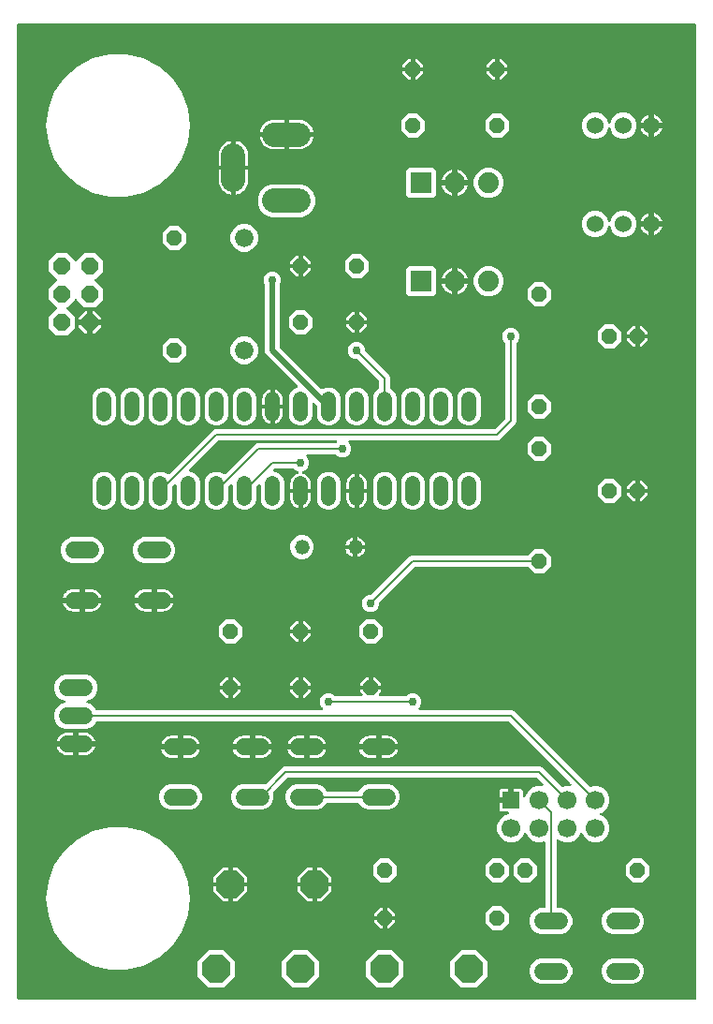
<source format=gbr>
G04 EAGLE Gerber RS-274X export*
G75*
%MOMM*%
%FSLAX34Y34*%
%LPD*%
%INBottom Copper*%
%IPPOS*%
%AMOC8*
5,1,8,0,0,1.08239X$1,22.5*%
G01*
%ADD10C,1.700000*%
%ADD11R,1.600000X1.600000*%
%ADD12C,1.524000*%
%ADD13P,1.429621X8X112.500000*%
%ADD14P,1.429621X8X292.500000*%
%ADD15C,1.676400*%
%ADD16C,1.320800*%
%ADD17C,2.184400*%
%ADD18P,1.649562X8X292.500000*%
%ADD19P,1.429621X8X22.500000*%
%ADD20C,1.524000*%
%ADD21C,1.320800*%
%ADD22P,2.749271X8X22.500000*%
%ADD23R,1.890000X1.890000*%
%ADD24C,1.890000*%
%ADD25P,1.429621X8X202.500000*%
%ADD26C,0.203200*%
%ADD27C,0.756400*%
%ADD28C,0.508000*%

G36*
X610788Y111776D02*
X610788Y111776D01*
X610907Y111783D01*
X610945Y111796D01*
X610986Y111801D01*
X611096Y111844D01*
X611209Y111881D01*
X611244Y111903D01*
X611281Y111918D01*
X611377Y111987D01*
X611478Y112051D01*
X611506Y112081D01*
X611539Y112104D01*
X611615Y112196D01*
X611696Y112283D01*
X611716Y112318D01*
X611741Y112349D01*
X611792Y112457D01*
X611850Y112561D01*
X611860Y112601D01*
X611877Y112637D01*
X611899Y112754D01*
X611929Y112869D01*
X611933Y112929D01*
X611937Y112949D01*
X611935Y112970D01*
X611939Y113030D01*
X611939Y992380D01*
X611924Y992498D01*
X611917Y992617D01*
X611904Y992655D01*
X611899Y992696D01*
X611856Y992806D01*
X611819Y992919D01*
X611797Y992954D01*
X611782Y992991D01*
X611713Y993087D01*
X611649Y993188D01*
X611619Y993216D01*
X611596Y993249D01*
X611504Y993325D01*
X611417Y993406D01*
X611382Y993426D01*
X611351Y993451D01*
X611243Y993502D01*
X611139Y993560D01*
X611099Y993570D01*
X611063Y993587D01*
X610946Y993609D01*
X610831Y993639D01*
X610771Y993643D01*
X610751Y993647D01*
X610730Y993645D01*
X610670Y993649D01*
X-1270Y993649D01*
X-1388Y993634D01*
X-1507Y993627D01*
X-1545Y993614D01*
X-1586Y993609D01*
X-1696Y993566D01*
X-1809Y993529D01*
X-1844Y993507D01*
X-1881Y993492D01*
X-1977Y993423D01*
X-2078Y993359D01*
X-2106Y993329D01*
X-2139Y993306D01*
X-2215Y993214D01*
X-2296Y993127D01*
X-2316Y993092D01*
X-2341Y993061D01*
X-2392Y992953D01*
X-2450Y992849D01*
X-2460Y992809D01*
X-2477Y992773D01*
X-2499Y992656D01*
X-2529Y992541D01*
X-2533Y992481D01*
X-2537Y992461D01*
X-2535Y992440D01*
X-2539Y992380D01*
X-2539Y113030D01*
X-2524Y112912D01*
X-2517Y112793D01*
X-2504Y112755D01*
X-2499Y112714D01*
X-2456Y112604D01*
X-2419Y112491D01*
X-2397Y112456D01*
X-2382Y112419D01*
X-2313Y112323D01*
X-2249Y112222D01*
X-2219Y112194D01*
X-2196Y112161D01*
X-2104Y112085D01*
X-2017Y112004D01*
X-1982Y111984D01*
X-1951Y111959D01*
X-1843Y111908D01*
X-1739Y111850D01*
X-1699Y111840D01*
X-1663Y111823D01*
X-1546Y111801D01*
X-1431Y111771D01*
X-1371Y111767D01*
X-1351Y111763D01*
X-1330Y111765D01*
X-1270Y111761D01*
X610670Y111761D01*
X610788Y111776D01*
G37*
%LPC*%
G36*
X470624Y170941D02*
X470624Y170941D01*
X466329Y172720D01*
X463042Y176007D01*
X461263Y180302D01*
X461263Y184950D01*
X463042Y189245D01*
X466329Y192532D01*
X470624Y194311D01*
X474218Y194311D01*
X474336Y194326D01*
X474455Y194333D01*
X474493Y194346D01*
X474534Y194351D01*
X474644Y194394D01*
X474757Y194431D01*
X474792Y194453D01*
X474829Y194468D01*
X474925Y194537D01*
X475026Y194601D01*
X475054Y194631D01*
X475087Y194654D01*
X475163Y194746D01*
X475244Y194833D01*
X475264Y194868D01*
X475289Y194899D01*
X475340Y195007D01*
X475398Y195111D01*
X475408Y195151D01*
X475425Y195187D01*
X475447Y195304D01*
X475477Y195419D01*
X475481Y195479D01*
X475485Y195499D01*
X475483Y195520D01*
X475487Y195580D01*
X475487Y253515D01*
X475481Y253564D01*
X475483Y253614D01*
X475461Y253721D01*
X475447Y253830D01*
X475429Y253877D01*
X475419Y253925D01*
X475371Y254024D01*
X475330Y254126D01*
X475301Y254166D01*
X475279Y254211D01*
X475208Y254294D01*
X475144Y254383D01*
X475105Y254415D01*
X475073Y254453D01*
X474983Y254516D01*
X474899Y254586D01*
X474854Y254607D01*
X474813Y254636D01*
X474710Y254675D01*
X474611Y254722D01*
X474562Y254731D01*
X474516Y254749D01*
X474406Y254761D01*
X474299Y254781D01*
X474249Y254778D01*
X474200Y254784D01*
X474091Y254769D01*
X473981Y254762D01*
X473934Y254746D01*
X473885Y254739D01*
X473732Y254687D01*
X472399Y254135D01*
X467401Y254135D01*
X462783Y256048D01*
X459248Y259583D01*
X458373Y261696D01*
X458304Y261817D01*
X458239Y261940D01*
X458225Y261955D01*
X458215Y261973D01*
X458118Y262073D01*
X458025Y262175D01*
X458008Y262186D01*
X457994Y262201D01*
X457875Y262274D01*
X457759Y262350D01*
X457740Y262357D01*
X457723Y262367D01*
X457590Y262408D01*
X457458Y262453D01*
X457438Y262455D01*
X457419Y262461D01*
X457280Y262467D01*
X457141Y262478D01*
X457121Y262475D01*
X457101Y262476D01*
X456965Y262448D01*
X456828Y262424D01*
X456809Y262416D01*
X456790Y262412D01*
X456664Y262351D01*
X456538Y262294D01*
X456522Y262281D01*
X456504Y262272D01*
X456398Y262182D01*
X456290Y262095D01*
X456277Y262079D01*
X456262Y262066D01*
X456182Y261952D01*
X456098Y261841D01*
X456086Y261816D01*
X456079Y261806D01*
X456072Y261786D01*
X456027Y261696D01*
X455152Y259583D01*
X451617Y256048D01*
X446999Y254135D01*
X442001Y254135D01*
X437383Y256048D01*
X433848Y259583D01*
X431935Y264201D01*
X431935Y269199D01*
X433848Y273817D01*
X437383Y277352D01*
X441645Y279117D01*
X441706Y279152D01*
X441771Y279178D01*
X441843Y279230D01*
X441921Y279275D01*
X441971Y279323D01*
X442028Y279364D01*
X442085Y279434D01*
X442150Y279496D01*
X442186Y279556D01*
X442231Y279609D01*
X442269Y279691D01*
X442316Y279767D01*
X442337Y279834D01*
X442366Y279897D01*
X442383Y279985D01*
X442410Y280071D01*
X442413Y280141D01*
X442426Y280210D01*
X442420Y280299D01*
X442425Y280389D01*
X442411Y280457D01*
X442406Y280527D01*
X442379Y280612D01*
X442360Y280700D01*
X442330Y280763D01*
X442308Y280829D01*
X442260Y280905D01*
X442221Y280986D01*
X442175Y281039D01*
X442138Y281098D01*
X442073Y281160D01*
X442014Y281228D01*
X441957Y281268D01*
X441906Y281316D01*
X441828Y281359D01*
X441754Y281411D01*
X441689Y281436D01*
X441628Y281470D01*
X441541Y281492D01*
X441457Y281524D01*
X441387Y281532D01*
X441320Y281549D01*
X441159Y281559D01*
X436166Y281559D01*
X435519Y281732D01*
X434940Y282067D01*
X434467Y282540D01*
X434132Y283119D01*
X433959Y283766D01*
X433959Y289561D01*
X443230Y289561D01*
X443348Y289576D01*
X443467Y289583D01*
X443505Y289596D01*
X443545Y289601D01*
X443656Y289644D01*
X443769Y289681D01*
X443803Y289703D01*
X443841Y289718D01*
X443937Y289788D01*
X444038Y289851D01*
X444066Y289881D01*
X444098Y289904D01*
X444174Y289996D01*
X444256Y290083D01*
X444275Y290118D01*
X444301Y290149D01*
X444352Y290257D01*
X444409Y290361D01*
X444420Y290401D01*
X444437Y290437D01*
X444459Y290554D01*
X444489Y290669D01*
X444493Y290730D01*
X444497Y290750D01*
X444495Y290770D01*
X444499Y290830D01*
X444499Y292101D01*
X445770Y292101D01*
X445888Y292116D01*
X446007Y292123D01*
X446045Y292136D01*
X446085Y292141D01*
X446196Y292185D01*
X446309Y292221D01*
X446344Y292243D01*
X446381Y292258D01*
X446477Y292328D01*
X446578Y292391D01*
X446606Y292421D01*
X446639Y292445D01*
X446714Y292536D01*
X446796Y292623D01*
X446816Y292658D01*
X446841Y292690D01*
X446892Y292797D01*
X446950Y292902D01*
X446960Y292941D01*
X446977Y292977D01*
X446999Y293094D01*
X447029Y293209D01*
X447033Y293270D01*
X447037Y293290D01*
X447035Y293310D01*
X447039Y293370D01*
X447039Y302641D01*
X452834Y302641D01*
X453481Y302468D01*
X454060Y302133D01*
X454533Y301660D01*
X454868Y301081D01*
X455041Y300434D01*
X455041Y295441D01*
X455049Y295371D01*
X455048Y295302D01*
X455069Y295214D01*
X455081Y295125D01*
X455106Y295060D01*
X455123Y294992D01*
X455165Y294913D01*
X455198Y294829D01*
X455239Y294773D01*
X455271Y294711D01*
X455332Y294645D01*
X455384Y294572D01*
X455438Y294528D01*
X455485Y294476D01*
X455560Y294427D01*
X455629Y294369D01*
X455693Y294340D01*
X455751Y294301D01*
X455836Y294272D01*
X455917Y294234D01*
X455986Y294221D01*
X456052Y294198D01*
X456141Y294191D01*
X456229Y294174D01*
X456299Y294178D01*
X456369Y294173D01*
X456457Y294188D01*
X456547Y294194D01*
X456613Y294215D01*
X456682Y294227D01*
X456764Y294264D01*
X456849Y294292D01*
X456908Y294329D01*
X456972Y294358D01*
X457042Y294414D01*
X457118Y294462D01*
X457166Y294513D01*
X457220Y294556D01*
X457275Y294628D01*
X457336Y294694D01*
X457370Y294755D01*
X457412Y294810D01*
X457483Y294955D01*
X459248Y299217D01*
X462783Y302752D01*
X467401Y304665D01*
X472486Y304665D01*
X472623Y304682D01*
X472762Y304695D01*
X472781Y304702D01*
X472801Y304705D01*
X472930Y304756D01*
X473061Y304803D01*
X473078Y304814D01*
X473097Y304822D01*
X473209Y304903D01*
X473325Y304981D01*
X473338Y304997D01*
X473354Y305008D01*
X473443Y305116D01*
X473535Y305220D01*
X473544Y305238D01*
X473557Y305253D01*
X473616Y305379D01*
X473680Y305503D01*
X473684Y305523D01*
X473693Y305541D01*
X473719Y305677D01*
X473749Y305813D01*
X473749Y305834D01*
X473752Y305853D01*
X473744Y305992D01*
X473740Y306131D01*
X473734Y306151D01*
X473733Y306171D01*
X473690Y306303D01*
X473651Y306437D01*
X473641Y306454D01*
X473635Y306473D01*
X473560Y306591D01*
X473490Y306711D01*
X473471Y306732D01*
X473465Y306742D01*
X473450Y306756D01*
X473383Y306831D01*
X468167Y312048D01*
X468089Y312108D01*
X468017Y312176D01*
X467964Y312205D01*
X467916Y312242D01*
X467825Y312282D01*
X467738Y312330D01*
X467680Y312345D01*
X467624Y312369D01*
X467526Y312384D01*
X467430Y312409D01*
X467330Y312415D01*
X467310Y312419D01*
X467298Y312417D01*
X467270Y312419D01*
X243168Y312419D01*
X243070Y312407D01*
X242971Y312404D01*
X242913Y312387D01*
X242853Y312379D01*
X242761Y312343D01*
X242666Y312315D01*
X242613Y312285D01*
X242557Y312262D01*
X242477Y312204D01*
X242392Y312154D01*
X242316Y312088D01*
X242300Y312076D01*
X242292Y312066D01*
X242271Y312048D01*
X229579Y299356D01*
X229561Y299333D01*
X229539Y299314D01*
X229464Y299208D01*
X229384Y299105D01*
X229373Y299078D01*
X229356Y299054D01*
X229310Y298932D01*
X229258Y298813D01*
X229253Y298784D01*
X229243Y298756D01*
X229229Y298627D01*
X229208Y298499D01*
X229211Y298469D01*
X229208Y298440D01*
X229226Y298312D01*
X229238Y298182D01*
X229248Y298154D01*
X229252Y298125D01*
X229304Y297973D01*
X229617Y297218D01*
X229617Y292570D01*
X227838Y288275D01*
X224551Y284988D01*
X220256Y283209D01*
X200368Y283209D01*
X196073Y284988D01*
X192786Y288275D01*
X191007Y292570D01*
X191007Y297218D01*
X192786Y301513D01*
X196073Y304800D01*
X200368Y306579D01*
X220256Y306579D01*
X221011Y306266D01*
X221039Y306258D01*
X221066Y306245D01*
X221192Y306216D01*
X221318Y306182D01*
X221347Y306182D01*
X221376Y306175D01*
X221506Y306179D01*
X221636Y306177D01*
X221664Y306184D01*
X221694Y306185D01*
X221818Y306221D01*
X221945Y306251D01*
X221971Y306265D01*
X221999Y306273D01*
X222111Y306339D01*
X222226Y306400D01*
X222248Y306420D01*
X222273Y306435D01*
X222394Y306541D01*
X237660Y321807D01*
X239527Y322581D01*
X470911Y322581D01*
X472778Y321807D01*
X490164Y304421D01*
X490188Y304403D01*
X490207Y304380D01*
X490313Y304306D01*
X490416Y304226D01*
X490443Y304214D01*
X490467Y304197D01*
X490588Y304151D01*
X490708Y304100D01*
X490737Y304095D01*
X490764Y304084D01*
X490893Y304070D01*
X491022Y304050D01*
X491051Y304052D01*
X491080Y304049D01*
X491209Y304067D01*
X491338Y304080D01*
X491366Y304090D01*
X491395Y304094D01*
X491548Y304146D01*
X492801Y304665D01*
X497886Y304665D01*
X498023Y304682D01*
X498162Y304695D01*
X498181Y304702D01*
X498201Y304705D01*
X498330Y304756D01*
X498461Y304803D01*
X498478Y304814D01*
X498497Y304822D01*
X498609Y304903D01*
X498725Y304981D01*
X498738Y304997D01*
X498754Y305008D01*
X498843Y305116D01*
X498935Y305220D01*
X498944Y305238D01*
X498957Y305253D01*
X499016Y305379D01*
X499080Y305503D01*
X499084Y305523D01*
X499093Y305541D01*
X499119Y305677D01*
X499149Y305813D01*
X499149Y305834D01*
X499152Y305853D01*
X499144Y305992D01*
X499140Y306131D01*
X499134Y306151D01*
X499133Y306171D01*
X499090Y306303D01*
X499051Y306437D01*
X499041Y306454D01*
X499035Y306473D01*
X498960Y306591D01*
X498890Y306711D01*
X498871Y306732D01*
X498865Y306742D01*
X498850Y306756D01*
X498783Y306831D01*
X442767Y362848D01*
X442689Y362908D01*
X442617Y362976D01*
X442564Y363005D01*
X442516Y363042D01*
X442425Y363082D01*
X442338Y363130D01*
X442280Y363145D01*
X442224Y363169D01*
X442126Y363184D01*
X442030Y363209D01*
X441930Y363215D01*
X441910Y363219D01*
X441898Y363217D01*
X441870Y363219D01*
X69811Y363219D01*
X69782Y363216D01*
X69752Y363218D01*
X69624Y363196D01*
X69496Y363179D01*
X69468Y363169D01*
X69439Y363164D01*
X69320Y363110D01*
X69200Y363062D01*
X69176Y363045D01*
X69149Y363033D01*
X69048Y362952D01*
X68942Y362876D01*
X68924Y362853D01*
X68901Y362834D01*
X68822Y362731D01*
X68740Y362631D01*
X68727Y362604D01*
X68709Y362580D01*
X68638Y362436D01*
X68326Y361681D01*
X65039Y358394D01*
X60744Y356615D01*
X40856Y356615D01*
X36561Y358394D01*
X33274Y361681D01*
X31495Y365976D01*
X31495Y370624D01*
X33274Y374919D01*
X36561Y378206D01*
X40476Y379827D01*
X40596Y379896D01*
X40720Y379961D01*
X40734Y379975D01*
X40752Y379985D01*
X40852Y380082D01*
X40955Y380175D01*
X40966Y380192D01*
X40981Y380206D01*
X41053Y380324D01*
X41130Y380441D01*
X41136Y380460D01*
X41147Y380477D01*
X41188Y380610D01*
X41233Y380742D01*
X41234Y380762D01*
X41240Y380781D01*
X41247Y380920D01*
X41258Y381059D01*
X41255Y381079D01*
X41256Y381099D01*
X41228Y381235D01*
X41204Y381372D01*
X41195Y381390D01*
X41191Y381410D01*
X41130Y381536D01*
X41073Y381662D01*
X41060Y381678D01*
X41052Y381696D01*
X40961Y381802D01*
X40874Y381910D01*
X40858Y381923D01*
X40845Y381938D01*
X40731Y382018D01*
X40620Y382102D01*
X40595Y382114D01*
X40585Y382121D01*
X40566Y382128D01*
X40476Y382173D01*
X36561Y383794D01*
X33274Y387081D01*
X31495Y391376D01*
X31495Y396024D01*
X33274Y400319D01*
X36561Y403606D01*
X40856Y405385D01*
X60744Y405385D01*
X65039Y403606D01*
X68326Y400319D01*
X70105Y396024D01*
X70105Y391376D01*
X68326Y387081D01*
X65039Y383794D01*
X61124Y382173D01*
X61003Y382104D01*
X60880Y382039D01*
X60865Y382025D01*
X60848Y382015D01*
X60748Y381918D01*
X60645Y381825D01*
X60634Y381808D01*
X60619Y381794D01*
X60547Y381675D01*
X60470Y381559D01*
X60464Y381540D01*
X60453Y381523D01*
X60412Y381390D01*
X60367Y381258D01*
X60366Y381238D01*
X60360Y381219D01*
X60353Y381080D01*
X60342Y380941D01*
X60345Y380921D01*
X60344Y380901D01*
X60373Y380765D01*
X60396Y380628D01*
X60405Y380609D01*
X60409Y380590D01*
X60470Y380464D01*
X60527Y380338D01*
X60540Y380322D01*
X60548Y380304D01*
X60639Y380198D01*
X60726Y380090D01*
X60742Y380077D01*
X60755Y380062D01*
X60869Y379982D01*
X60980Y379898D01*
X61005Y379886D01*
X61015Y379879D01*
X61034Y379872D01*
X61124Y379827D01*
X65039Y378206D01*
X68326Y374919D01*
X68638Y374164D01*
X68653Y374139D01*
X68662Y374111D01*
X68732Y374001D01*
X68796Y373888D01*
X68816Y373867D01*
X68832Y373842D01*
X68927Y373753D01*
X69017Y373660D01*
X69042Y373644D01*
X69064Y373624D01*
X69178Y373561D01*
X69288Y373493D01*
X69317Y373485D01*
X69342Y373470D01*
X69468Y373438D01*
X69592Y373400D01*
X69622Y373398D01*
X69650Y373391D01*
X69811Y373381D01*
X272858Y373381D01*
X272996Y373398D01*
X273134Y373411D01*
X273153Y373418D01*
X273174Y373421D01*
X273303Y373472D01*
X273434Y373519D01*
X273451Y373530D01*
X273469Y373538D01*
X273582Y373619D01*
X273697Y373697D01*
X273710Y373713D01*
X273727Y373724D01*
X273815Y373832D01*
X273907Y373936D01*
X273917Y373954D01*
X273929Y373969D01*
X273989Y374095D01*
X274052Y374219D01*
X274056Y374239D01*
X274065Y374257D01*
X274091Y374394D01*
X274122Y374529D01*
X274121Y374550D01*
X274125Y374569D01*
X274116Y374708D01*
X274112Y374847D01*
X274106Y374867D01*
X274105Y374887D01*
X274062Y375019D01*
X274024Y375153D01*
X274013Y375170D01*
X274007Y375189D01*
X273933Y375307D01*
X273862Y375427D01*
X273843Y375448D01*
X273837Y375458D01*
X273822Y375472D01*
X273756Y375547D01*
X272748Y376555D01*
X271553Y379439D01*
X271553Y382561D01*
X272748Y385445D01*
X274955Y387652D01*
X277839Y388847D01*
X280961Y388847D01*
X283845Y387652D01*
X285044Y386452D01*
X285123Y386392D01*
X285195Y386324D01*
X285248Y386295D01*
X285296Y386258D01*
X285387Y386218D01*
X285473Y386170D01*
X285532Y386155D01*
X285588Y386131D01*
X285686Y386116D01*
X285781Y386091D01*
X285881Y386085D01*
X285902Y386081D01*
X285914Y386083D01*
X285942Y386081D01*
X309122Y386081D01*
X309260Y386098D01*
X309399Y386111D01*
X309418Y386118D01*
X309438Y386121D01*
X309567Y386172D01*
X309698Y386219D01*
X309715Y386230D01*
X309734Y386238D01*
X309846Y386319D01*
X309961Y386397D01*
X309975Y386413D01*
X309991Y386424D01*
X310080Y386532D01*
X310172Y386636D01*
X310181Y386654D01*
X310194Y386669D01*
X310253Y386795D01*
X310316Y386919D01*
X310321Y386939D01*
X310329Y386957D01*
X310355Y387093D01*
X310386Y387229D01*
X310385Y387250D01*
X310389Y387269D01*
X310381Y387408D01*
X310376Y387547D01*
X310371Y387567D01*
X310369Y387587D01*
X310327Y387719D01*
X310288Y387853D01*
X310278Y387870D01*
X310271Y387889D01*
X310197Y388007D01*
X310126Y388127D01*
X310108Y388148D01*
X310101Y388158D01*
X310086Y388172D01*
X310020Y388247D01*
X308355Y389912D01*
X308355Y391669D01*
X316738Y391669D01*
X316856Y391684D01*
X316975Y391691D01*
X317013Y391703D01*
X317053Y391709D01*
X317164Y391752D01*
X317277Y391789D01*
X317311Y391811D01*
X317349Y391826D01*
X317445Y391895D01*
X317497Y391928D01*
X317515Y391912D01*
X317550Y391892D01*
X317582Y391867D01*
X317689Y391816D01*
X317794Y391758D01*
X317833Y391748D01*
X317869Y391731D01*
X317986Y391709D01*
X318102Y391679D01*
X318162Y391675D01*
X318182Y391671D01*
X318202Y391673D01*
X318262Y391669D01*
X326645Y391669D01*
X326645Y389912D01*
X324980Y388247D01*
X324895Y388138D01*
X324806Y388031D01*
X324798Y388012D01*
X324785Y387996D01*
X324730Y387868D01*
X324671Y387743D01*
X324667Y387723D01*
X324659Y387704D01*
X324637Y387566D01*
X324611Y387430D01*
X324612Y387410D01*
X324609Y387390D01*
X324622Y387251D01*
X324631Y387113D01*
X324637Y387094D01*
X324639Y387074D01*
X324686Y386942D01*
X324729Y386811D01*
X324739Y386793D01*
X324746Y386774D01*
X324824Y386659D01*
X324899Y386542D01*
X324914Y386528D01*
X324925Y386511D01*
X325029Y386419D01*
X325130Y386324D01*
X325148Y386314D01*
X325163Y386301D01*
X325287Y386237D01*
X325409Y386170D01*
X325428Y386165D01*
X325447Y386156D01*
X325582Y386126D01*
X325717Y386091D01*
X325745Y386089D01*
X325757Y386086D01*
X325777Y386087D01*
X325878Y386081D01*
X349058Y386081D01*
X349156Y386093D01*
X349255Y386096D01*
X349313Y386113D01*
X349374Y386121D01*
X349466Y386157D01*
X349561Y386185D01*
X349613Y386215D01*
X349669Y386238D01*
X349749Y386296D01*
X349835Y386346D01*
X349910Y386412D01*
X349927Y386424D01*
X349934Y386434D01*
X349956Y386452D01*
X351155Y387652D01*
X354039Y388847D01*
X357161Y388847D01*
X360045Y387652D01*
X362252Y385445D01*
X363447Y382561D01*
X363447Y379439D01*
X362252Y376555D01*
X361244Y375547D01*
X361160Y375438D01*
X361071Y375331D01*
X361062Y375312D01*
X361050Y375296D01*
X360994Y375169D01*
X360935Y375043D01*
X360931Y375023D01*
X360923Y375004D01*
X360901Y374866D01*
X360875Y374730D01*
X360876Y374710D01*
X360873Y374690D01*
X360886Y374551D01*
X360895Y374413D01*
X360901Y374394D01*
X360903Y374374D01*
X360950Y374242D01*
X360993Y374111D01*
X361004Y374093D01*
X361011Y374074D01*
X361089Y373959D01*
X361163Y373842D01*
X361178Y373828D01*
X361189Y373811D01*
X361293Y373719D01*
X361395Y373624D01*
X361413Y373614D01*
X361428Y373601D01*
X361551Y373538D01*
X361673Y373470D01*
X361693Y373465D01*
X361711Y373456D01*
X361847Y373426D01*
X361981Y373391D01*
X362009Y373389D01*
X362021Y373386D01*
X362042Y373387D01*
X362142Y373381D01*
X445511Y373381D01*
X447378Y372607D01*
X515564Y304421D01*
X515588Y304403D01*
X515607Y304380D01*
X515713Y304306D01*
X515816Y304226D01*
X515843Y304214D01*
X515867Y304197D01*
X515988Y304151D01*
X516108Y304100D01*
X516137Y304095D01*
X516164Y304084D01*
X516293Y304070D01*
X516422Y304050D01*
X516451Y304052D01*
X516480Y304049D01*
X516609Y304067D01*
X516738Y304080D01*
X516766Y304090D01*
X516795Y304094D01*
X516948Y304146D01*
X518201Y304665D01*
X523199Y304665D01*
X527817Y302752D01*
X531352Y299217D01*
X533265Y294599D01*
X533265Y289601D01*
X531352Y284983D01*
X527817Y281448D01*
X525704Y280573D01*
X525583Y280504D01*
X525460Y280439D01*
X525445Y280425D01*
X525427Y280415D01*
X525327Y280318D01*
X525225Y280225D01*
X525214Y280208D01*
X525199Y280194D01*
X525126Y280075D01*
X525050Y279959D01*
X525043Y279940D01*
X525033Y279923D01*
X524992Y279790D01*
X524947Y279658D01*
X524945Y279638D01*
X524939Y279619D01*
X524933Y279480D01*
X524922Y279341D01*
X524925Y279321D01*
X524924Y279301D01*
X524952Y279165D01*
X524976Y279028D01*
X524984Y279009D01*
X524988Y278990D01*
X525049Y278864D01*
X525106Y278738D01*
X525119Y278722D01*
X525128Y278704D01*
X525218Y278598D01*
X525305Y278490D01*
X525321Y278477D01*
X525334Y278462D01*
X525448Y278382D01*
X525559Y278298D01*
X525584Y278286D01*
X525594Y278279D01*
X525614Y278272D01*
X525704Y278227D01*
X527817Y277352D01*
X531352Y273817D01*
X533265Y269199D01*
X533265Y264201D01*
X531352Y259583D01*
X527817Y256048D01*
X523199Y254135D01*
X518201Y254135D01*
X513583Y256048D01*
X510048Y259583D01*
X509173Y261696D01*
X509104Y261817D01*
X509039Y261940D01*
X509025Y261955D01*
X509015Y261973D01*
X508918Y262073D01*
X508825Y262175D01*
X508808Y262186D01*
X508794Y262201D01*
X508675Y262274D01*
X508559Y262350D01*
X508540Y262357D01*
X508523Y262367D01*
X508390Y262408D01*
X508258Y262453D01*
X508238Y262455D01*
X508219Y262461D01*
X508080Y262467D01*
X507941Y262478D01*
X507921Y262475D01*
X507901Y262476D01*
X507765Y262448D01*
X507628Y262424D01*
X507609Y262416D01*
X507590Y262412D01*
X507464Y262351D01*
X507338Y262294D01*
X507322Y262281D01*
X507304Y262272D01*
X507198Y262182D01*
X507090Y262095D01*
X507077Y262079D01*
X507062Y262066D01*
X506982Y261952D01*
X506898Y261841D01*
X506886Y261816D01*
X506879Y261806D01*
X506872Y261786D01*
X506827Y261696D01*
X505952Y259583D01*
X502417Y256048D01*
X497799Y254135D01*
X492801Y254135D01*
X488183Y256048D01*
X487816Y256415D01*
X487706Y256500D01*
X487599Y256589D01*
X487580Y256598D01*
X487564Y256610D01*
X487436Y256666D01*
X487311Y256725D01*
X487291Y256729D01*
X487272Y256737D01*
X487134Y256759D01*
X486998Y256785D01*
X486978Y256783D01*
X486958Y256786D01*
X486819Y256773D01*
X486681Y256765D01*
X486662Y256759D01*
X486642Y256757D01*
X486511Y256710D01*
X486379Y256667D01*
X486361Y256656D01*
X486342Y256649D01*
X486228Y256571D01*
X486110Y256497D01*
X486096Y256482D01*
X486079Y256470D01*
X485987Y256366D01*
X485892Y256265D01*
X485882Y256247D01*
X485869Y256232D01*
X485806Y256108D01*
X485738Y255986D01*
X485733Y255967D01*
X485724Y255949D01*
X485694Y255813D01*
X485659Y255679D01*
X485657Y255650D01*
X485654Y255639D01*
X485655Y255618D01*
X485649Y255518D01*
X485649Y195580D01*
X485664Y195462D01*
X485671Y195343D01*
X485684Y195305D01*
X485689Y195264D01*
X485733Y195153D01*
X485769Y195041D01*
X485791Y195006D01*
X485806Y194969D01*
X485875Y194873D01*
X485939Y194772D01*
X485969Y194744D01*
X485992Y194711D01*
X486084Y194635D01*
X486171Y194554D01*
X486206Y194534D01*
X486237Y194509D01*
X486345Y194458D01*
X486449Y194400D01*
X486489Y194390D01*
X486525Y194373D01*
X486642Y194351D01*
X486757Y194321D01*
X486817Y194317D01*
X486837Y194313D01*
X486858Y194315D01*
X486918Y194311D01*
X490512Y194311D01*
X494807Y192532D01*
X498094Y189245D01*
X499873Y184950D01*
X499873Y180302D01*
X498094Y176007D01*
X494807Y172720D01*
X490512Y170941D01*
X470624Y170941D01*
G37*
%LPD*%
%LPC*%
G36*
X81063Y138659D02*
X81063Y138659D01*
X65845Y142410D01*
X51967Y149693D01*
X40235Y160087D01*
X31332Y172986D01*
X25774Y187641D01*
X23885Y203200D01*
X25774Y218759D01*
X31332Y233414D01*
X40235Y246313D01*
X51967Y256707D01*
X65845Y263990D01*
X81063Y267741D01*
X96737Y267741D01*
X111955Y263990D01*
X125833Y256707D01*
X137565Y246313D01*
X146468Y233414D01*
X152026Y218759D01*
X153915Y203200D01*
X152026Y187641D01*
X146468Y172986D01*
X137565Y160087D01*
X125833Y149693D01*
X111955Y142410D01*
X96737Y138659D01*
X81063Y138659D01*
G37*
%LPD*%
%LPC*%
G36*
X81063Y837159D02*
X81063Y837159D01*
X65845Y840910D01*
X51967Y848193D01*
X40235Y858587D01*
X31332Y871486D01*
X25774Y886141D01*
X23885Y901700D01*
X25774Y917259D01*
X31332Y931914D01*
X40235Y944813D01*
X51967Y955207D01*
X65845Y962490D01*
X81063Y966241D01*
X96737Y966241D01*
X111955Y962490D01*
X125833Y955207D01*
X137565Y944813D01*
X146468Y931914D01*
X152026Y917259D01*
X153915Y901700D01*
X152026Y886141D01*
X146468Y871486D01*
X137565Y858587D01*
X125833Y848193D01*
X111955Y840910D01*
X96737Y837159D01*
X81063Y837159D01*
G37*
%LPD*%
%LPC*%
G36*
X124878Y554227D02*
X124878Y554227D01*
X120957Y555851D01*
X117955Y558853D01*
X116331Y562774D01*
X116331Y580226D01*
X117955Y584147D01*
X120957Y587149D01*
X124878Y588773D01*
X129122Y588773D01*
X133043Y587149D01*
X133356Y586836D01*
X133450Y586763D01*
X133539Y586684D01*
X133575Y586666D01*
X133607Y586641D01*
X133716Y586594D01*
X133822Y586540D01*
X133862Y586531D01*
X133899Y586515D01*
X134017Y586496D01*
X134133Y586470D01*
X134173Y586471D01*
X134213Y586465D01*
X134332Y586476D01*
X134451Y586480D01*
X134489Y586491D01*
X134530Y586495D01*
X134642Y586535D01*
X134756Y586568D01*
X134791Y586589D01*
X134829Y586602D01*
X134927Y586669D01*
X135030Y586730D01*
X135075Y586770D01*
X135092Y586781D01*
X135106Y586796D01*
X135151Y586836D01*
X174922Y626607D01*
X176789Y627381D01*
X429170Y627381D01*
X429268Y627393D01*
X429367Y627396D01*
X429425Y627413D01*
X429485Y627421D01*
X429577Y627457D01*
X429672Y627485D01*
X429725Y627515D01*
X429781Y627538D01*
X429861Y627596D01*
X429946Y627646D01*
X430022Y627712D01*
X430038Y627724D01*
X430046Y627734D01*
X430067Y627752D01*
X439048Y636733D01*
X439108Y636811D01*
X439176Y636883D01*
X439205Y636936D01*
X439242Y636984D01*
X439282Y637075D01*
X439330Y637162D01*
X439345Y637220D01*
X439369Y637276D01*
X439384Y637374D01*
X439409Y637470D01*
X439415Y637570D01*
X439419Y637590D01*
X439417Y637602D01*
X439419Y637630D01*
X439419Y704658D01*
X439407Y704756D01*
X439404Y704855D01*
X439387Y704913D01*
X439379Y704974D01*
X439343Y705066D01*
X439315Y705161D01*
X439285Y705213D01*
X439262Y705269D01*
X439204Y705349D01*
X439154Y705435D01*
X439088Y705510D01*
X439076Y705527D01*
X439066Y705534D01*
X439048Y705556D01*
X437848Y706755D01*
X436653Y709639D01*
X436653Y712761D01*
X437848Y715645D01*
X440055Y717852D01*
X442939Y719047D01*
X446061Y719047D01*
X448945Y717852D01*
X451152Y715645D01*
X452347Y712761D01*
X452347Y709639D01*
X451152Y706755D01*
X449952Y705556D01*
X449892Y705477D01*
X449824Y705405D01*
X449795Y705352D01*
X449758Y705304D01*
X449718Y705213D01*
X449670Y705127D01*
X449655Y705068D01*
X449631Y705012D01*
X449616Y704914D01*
X449591Y704819D01*
X449585Y704719D01*
X449581Y704698D01*
X449583Y704686D01*
X449581Y704658D01*
X449581Y633989D01*
X448807Y632122D01*
X434678Y617993D01*
X432811Y617219D01*
X298642Y617219D01*
X298504Y617202D01*
X298366Y617189D01*
X298347Y617182D01*
X298326Y617179D01*
X298197Y617128D01*
X298066Y617081D01*
X298049Y617070D01*
X298031Y617062D01*
X297918Y616981D01*
X297803Y616903D01*
X297790Y616887D01*
X297773Y616876D01*
X297685Y616768D01*
X297593Y616664D01*
X297583Y616646D01*
X297571Y616631D01*
X297511Y616505D01*
X297448Y616381D01*
X297444Y616361D01*
X297435Y616343D01*
X297409Y616206D01*
X297378Y616071D01*
X297379Y616050D01*
X297375Y616031D01*
X297384Y615892D01*
X297388Y615753D01*
X297394Y615733D01*
X297395Y615713D01*
X297438Y615581D01*
X297476Y615447D01*
X297487Y615430D01*
X297493Y615411D01*
X297567Y615293D01*
X297638Y615173D01*
X297657Y615152D01*
X297663Y615142D01*
X297678Y615128D01*
X297744Y615053D01*
X298752Y614045D01*
X299947Y611161D01*
X299947Y608039D01*
X298752Y605155D01*
X296545Y602948D01*
X293661Y601753D01*
X290539Y601753D01*
X287655Y602948D01*
X286456Y604148D01*
X286377Y604208D01*
X286305Y604276D01*
X286252Y604305D01*
X286204Y604342D01*
X286113Y604382D01*
X286027Y604430D01*
X285968Y604445D01*
X285912Y604469D01*
X285814Y604484D01*
X285719Y604509D01*
X285619Y604515D01*
X285598Y604519D01*
X285586Y604517D01*
X285558Y604519D01*
X260542Y604519D01*
X260404Y604502D01*
X260266Y604489D01*
X260247Y604482D01*
X260226Y604479D01*
X260097Y604428D01*
X259966Y604381D01*
X259949Y604370D01*
X259931Y604362D01*
X259818Y604281D01*
X259703Y604203D01*
X259690Y604187D01*
X259673Y604176D01*
X259585Y604068D01*
X259493Y603964D01*
X259483Y603946D01*
X259471Y603931D01*
X259411Y603805D01*
X259348Y603681D01*
X259344Y603661D01*
X259335Y603643D01*
X259309Y603506D01*
X259278Y603371D01*
X259279Y603350D01*
X259275Y603331D01*
X259284Y603192D01*
X259288Y603053D01*
X259294Y603033D01*
X259295Y603013D01*
X259338Y602881D01*
X259376Y602747D01*
X259387Y602730D01*
X259393Y602711D01*
X259467Y602593D01*
X259538Y602473D01*
X259557Y602452D01*
X259563Y602442D01*
X259578Y602428D01*
X259644Y602353D01*
X260652Y601345D01*
X261847Y598461D01*
X261847Y595339D01*
X260652Y592455D01*
X258445Y590248D01*
X256248Y589338D01*
X256223Y589323D01*
X256194Y589314D01*
X256085Y589245D01*
X255972Y589181D01*
X255951Y589160D01*
X255926Y589144D01*
X255837Y589049D01*
X255744Y588959D01*
X255728Y588934D01*
X255708Y588912D01*
X255645Y588798D01*
X255578Y588688D01*
X255569Y588660D01*
X255554Y588633D01*
X255522Y588508D01*
X255484Y588384D01*
X255483Y588354D01*
X255475Y588325D01*
X255475Y588196D01*
X255469Y588067D01*
X255475Y588037D01*
X255475Y588007D01*
X255507Y587882D01*
X255533Y587755D01*
X255546Y587728D01*
X255554Y587699D01*
X255616Y587586D01*
X255673Y587469D01*
X255692Y587447D01*
X255707Y587421D01*
X255795Y587326D01*
X255879Y587227D01*
X255904Y587210D01*
X255924Y587188D01*
X256033Y587119D01*
X256139Y587044D01*
X256167Y587034D01*
X256192Y587018D01*
X256342Y586958D01*
X257510Y586579D01*
X258793Y585925D01*
X259957Y585079D01*
X260975Y584061D01*
X261821Y582897D01*
X262475Y581614D01*
X262920Y580245D01*
X263145Y578824D01*
X263145Y573531D01*
X254762Y573531D01*
X254644Y573516D01*
X254525Y573509D01*
X254487Y573496D01*
X254447Y573491D01*
X254336Y573448D01*
X254223Y573411D01*
X254189Y573389D01*
X254151Y573374D01*
X254055Y573305D01*
X254003Y573271D01*
X253985Y573288D01*
X253950Y573308D01*
X253918Y573333D01*
X253811Y573384D01*
X253706Y573442D01*
X253667Y573452D01*
X253631Y573469D01*
X253514Y573491D01*
X253398Y573521D01*
X253338Y573525D01*
X253318Y573529D01*
X253298Y573527D01*
X253238Y573531D01*
X244855Y573531D01*
X244855Y578824D01*
X245080Y580245D01*
X245525Y581614D01*
X246179Y582897D01*
X247025Y584061D01*
X248043Y585079D01*
X249207Y585925D01*
X250490Y586579D01*
X251658Y586958D01*
X251685Y586971D01*
X251714Y586978D01*
X251829Y587039D01*
X251946Y587094D01*
X251969Y587113D01*
X251995Y587127D01*
X252091Y587214D01*
X252191Y587296D01*
X252208Y587321D01*
X252231Y587341D01*
X252302Y587449D01*
X252378Y587554D01*
X252389Y587581D01*
X252405Y587606D01*
X252447Y587729D01*
X252495Y587849D01*
X252499Y587879D01*
X252508Y587907D01*
X252519Y588036D01*
X252535Y588165D01*
X252531Y588195D01*
X252534Y588224D01*
X252512Y588352D01*
X252495Y588480D01*
X252484Y588508D01*
X252479Y588538D01*
X252426Y588656D01*
X252379Y588776D01*
X252361Y588800D01*
X252349Y588828D01*
X252268Y588929D01*
X252192Y589034D01*
X252169Y589053D01*
X252150Y589076D01*
X252046Y589154D01*
X251947Y589236D01*
X251920Y589249D01*
X251896Y589267D01*
X251752Y589338D01*
X249555Y590248D01*
X248356Y591448D01*
X248277Y591508D01*
X248205Y591576D01*
X248152Y591605D01*
X248104Y591642D01*
X248013Y591682D01*
X247927Y591730D01*
X247868Y591745D01*
X247812Y591769D01*
X247714Y591784D01*
X247619Y591809D01*
X247519Y591815D01*
X247498Y591819D01*
X247486Y591817D01*
X247458Y591819D01*
X231230Y591819D01*
X231132Y591807D01*
X231033Y591804D01*
X230975Y591787D01*
X230915Y591779D01*
X230823Y591743D01*
X230728Y591715D01*
X230675Y591685D01*
X230619Y591662D01*
X230539Y591604D01*
X230454Y591554D01*
X230378Y591488D01*
X230362Y591476D01*
X230354Y591466D01*
X230333Y591448D01*
X229825Y590940D01*
X229740Y590830D01*
X229651Y590723D01*
X229642Y590704D01*
X229630Y590688D01*
X229574Y590560D01*
X229515Y590435D01*
X229512Y590415D01*
X229503Y590396D01*
X229481Y590258D01*
X229456Y590122D01*
X229457Y590102D01*
X229454Y590082D01*
X229467Y589943D01*
X229475Y589805D01*
X229481Y589786D01*
X229483Y589766D01*
X229530Y589635D01*
X229573Y589503D01*
X229584Y589485D01*
X229591Y589466D01*
X229669Y589352D01*
X229743Y589234D01*
X229758Y589220D01*
X229770Y589203D01*
X229874Y589111D01*
X229975Y589016D01*
X229993Y589006D01*
X230008Y588993D01*
X230132Y588930D01*
X230254Y588862D01*
X230273Y588857D01*
X230291Y588848D01*
X230427Y588818D01*
X230562Y588783D01*
X230590Y588781D01*
X230602Y588778D01*
X230622Y588779D01*
X230722Y588773D01*
X234643Y587149D01*
X237645Y584147D01*
X239269Y580226D01*
X239269Y562774D01*
X237645Y558853D01*
X234643Y555851D01*
X230722Y554227D01*
X226478Y554227D01*
X222557Y555851D01*
X219555Y558853D01*
X217931Y562774D01*
X217931Y575982D01*
X217914Y576119D01*
X217901Y576258D01*
X217894Y576277D01*
X217891Y576297D01*
X217840Y576426D01*
X217793Y576557D01*
X217782Y576574D01*
X217774Y576593D01*
X217693Y576705D01*
X217615Y576821D01*
X217599Y576834D01*
X217588Y576850D01*
X217480Y576939D01*
X217376Y577031D01*
X217358Y577040D01*
X217343Y577053D01*
X217217Y577112D01*
X217093Y577176D01*
X217073Y577180D01*
X217055Y577189D01*
X216919Y577215D01*
X216783Y577245D01*
X216762Y577245D01*
X216743Y577248D01*
X216604Y577240D01*
X216465Y577236D01*
X216445Y577230D01*
X216425Y577229D01*
X216293Y577186D01*
X216159Y577147D01*
X216142Y577137D01*
X216123Y577131D01*
X216005Y577056D01*
X215885Y576986D01*
X215864Y576967D01*
X215854Y576961D01*
X215840Y576946D01*
X215765Y576879D01*
X214240Y575355D01*
X214180Y575277D01*
X214112Y575205D01*
X214083Y575152D01*
X214046Y575104D01*
X214006Y575013D01*
X213958Y574926D01*
X213943Y574868D01*
X213919Y574812D01*
X213904Y574714D01*
X213879Y574618D01*
X213873Y574518D01*
X213869Y574498D01*
X213871Y574486D01*
X213869Y574458D01*
X213869Y562774D01*
X212245Y558853D01*
X209243Y555851D01*
X205322Y554227D01*
X201078Y554227D01*
X197157Y555851D01*
X194155Y558853D01*
X192531Y562774D01*
X192531Y575982D01*
X192514Y576120D01*
X192501Y576258D01*
X192494Y576277D01*
X192491Y576297D01*
X192440Y576427D01*
X192393Y576557D01*
X192382Y576574D01*
X192374Y576593D01*
X192293Y576705D01*
X192215Y576821D01*
X192199Y576834D01*
X192188Y576850D01*
X192080Y576939D01*
X191976Y577031D01*
X191958Y577040D01*
X191943Y577053D01*
X191817Y577112D01*
X191693Y577176D01*
X191673Y577180D01*
X191655Y577189D01*
X191518Y577215D01*
X191383Y577245D01*
X191362Y577245D01*
X191343Y577248D01*
X191204Y577240D01*
X191065Y577236D01*
X191045Y577230D01*
X191025Y577229D01*
X190893Y577186D01*
X190759Y577147D01*
X190742Y577137D01*
X190723Y577131D01*
X190605Y577056D01*
X190485Y576986D01*
X190464Y576967D01*
X190454Y576961D01*
X190440Y576946D01*
X190365Y576879D01*
X188840Y575355D01*
X188780Y575277D01*
X188712Y575205D01*
X188683Y575152D01*
X188646Y575104D01*
X188606Y575013D01*
X188558Y574926D01*
X188543Y574868D01*
X188519Y574812D01*
X188504Y574714D01*
X188479Y574618D01*
X188473Y574518D01*
X188469Y574498D01*
X188471Y574486D01*
X188469Y574458D01*
X188469Y562774D01*
X186845Y558853D01*
X183843Y555851D01*
X179922Y554227D01*
X175678Y554227D01*
X171757Y555851D01*
X168755Y558853D01*
X167131Y562774D01*
X167131Y580226D01*
X168755Y584147D01*
X171757Y587149D01*
X175678Y588773D01*
X179922Y588773D01*
X183843Y587149D01*
X184156Y586836D01*
X184250Y586763D01*
X184339Y586684D01*
X184375Y586666D01*
X184407Y586641D01*
X184516Y586594D01*
X184622Y586540D01*
X184662Y586531D01*
X184699Y586515D01*
X184817Y586496D01*
X184933Y586470D01*
X184973Y586471D01*
X185013Y586465D01*
X185132Y586476D01*
X185251Y586480D01*
X185289Y586491D01*
X185330Y586495D01*
X185442Y586535D01*
X185556Y586568D01*
X185591Y586589D01*
X185629Y586602D01*
X185727Y586669D01*
X185830Y586730D01*
X185875Y586770D01*
X185892Y586781D01*
X185906Y586796D01*
X185951Y586836D01*
X213022Y613907D01*
X214889Y614681D01*
X285558Y614681D01*
X285612Y614688D01*
X285666Y614685D01*
X285769Y614707D01*
X285874Y614721D01*
X285924Y614741D01*
X285977Y614752D01*
X286126Y614815D01*
X286146Y614829D01*
X286169Y614838D01*
X286278Y614917D01*
X286390Y614992D01*
X286407Y615010D01*
X286427Y615024D01*
X286512Y615128D01*
X286602Y615228D01*
X286614Y615250D01*
X286629Y615269D01*
X286687Y615391D01*
X286749Y615511D01*
X286754Y615535D01*
X286765Y615557D01*
X286790Y615689D01*
X286821Y615820D01*
X286820Y615845D01*
X286825Y615870D01*
X286816Y616004D01*
X286813Y616138D01*
X286807Y616162D01*
X286805Y616187D01*
X286764Y616315D01*
X286727Y616444D01*
X286715Y616466D01*
X286707Y616489D01*
X286635Y616603D01*
X286567Y616720D01*
X286550Y616737D01*
X286537Y616758D01*
X286439Y616850D01*
X286344Y616946D01*
X286323Y616959D01*
X286305Y616976D01*
X286187Y617041D01*
X286072Y617111D01*
X286048Y617118D01*
X286027Y617130D01*
X285896Y617163D01*
X285767Y617202D01*
X285743Y617203D01*
X285719Y617209D01*
X285558Y617219D01*
X180430Y617219D01*
X180332Y617207D01*
X180233Y617204D01*
X180175Y617187D01*
X180115Y617179D01*
X180023Y617143D01*
X179928Y617115D01*
X179875Y617085D01*
X179819Y617062D01*
X179739Y617004D01*
X179654Y616954D01*
X179578Y616888D01*
X179562Y616876D01*
X179554Y616866D01*
X179533Y616848D01*
X153625Y590939D01*
X153539Y590830D01*
X153451Y590723D01*
X153442Y590704D01*
X153430Y590688D01*
X153374Y590560D01*
X153315Y590435D01*
X153312Y590415D01*
X153303Y590396D01*
X153281Y590258D01*
X153256Y590122D01*
X153257Y590102D01*
X153254Y590082D01*
X153267Y589943D01*
X153275Y589805D01*
X153281Y589786D01*
X153283Y589766D01*
X153331Y589634D01*
X153373Y589503D01*
X153384Y589485D01*
X153391Y589466D01*
X153469Y589351D01*
X153543Y589234D01*
X153558Y589220D01*
X153570Y589203D01*
X153674Y589111D01*
X153775Y589016D01*
X153793Y589006D01*
X153808Y588993D01*
X153932Y588929D01*
X154054Y588862D01*
X154073Y588857D01*
X154091Y588848D01*
X154227Y588818D01*
X154362Y588783D01*
X154390Y588781D01*
X154402Y588778D01*
X154422Y588779D01*
X154522Y588773D01*
X158443Y587149D01*
X161445Y584147D01*
X163069Y580226D01*
X163069Y562774D01*
X161445Y558853D01*
X158443Y555851D01*
X154522Y554227D01*
X150278Y554227D01*
X146357Y555851D01*
X143355Y558853D01*
X141731Y562774D01*
X141731Y575982D01*
X141714Y576120D01*
X141701Y576258D01*
X141694Y576277D01*
X141691Y576297D01*
X141640Y576427D01*
X141593Y576557D01*
X141582Y576574D01*
X141574Y576593D01*
X141493Y576705D01*
X141415Y576821D01*
X141399Y576834D01*
X141388Y576850D01*
X141280Y576939D01*
X141176Y577031D01*
X141158Y577040D01*
X141143Y577053D01*
X141017Y577112D01*
X140893Y577176D01*
X140873Y577180D01*
X140855Y577189D01*
X140718Y577215D01*
X140583Y577245D01*
X140562Y577245D01*
X140543Y577248D01*
X140404Y577240D01*
X140265Y577236D01*
X140245Y577230D01*
X140225Y577229D01*
X140093Y577186D01*
X139959Y577147D01*
X139942Y577137D01*
X139923Y577131D01*
X139805Y577056D01*
X139685Y576986D01*
X139664Y576967D01*
X139654Y576961D01*
X139640Y576946D01*
X139565Y576879D01*
X138040Y575355D01*
X137980Y575277D01*
X137912Y575205D01*
X137883Y575152D01*
X137846Y575104D01*
X137806Y575013D01*
X137758Y574926D01*
X137743Y574868D01*
X137719Y574812D01*
X137704Y574714D01*
X137679Y574618D01*
X137673Y574518D01*
X137669Y574498D01*
X137671Y574486D01*
X137669Y574458D01*
X137669Y562774D01*
X136045Y558853D01*
X133043Y555851D01*
X129122Y554227D01*
X124878Y554227D01*
G37*
%LPD*%
%LPC*%
G36*
X251878Y630427D02*
X251878Y630427D01*
X247957Y632051D01*
X244955Y635053D01*
X243331Y638974D01*
X243331Y656426D01*
X244955Y660347D01*
X247957Y663349D01*
X250766Y664512D01*
X250809Y664537D01*
X250855Y664553D01*
X250946Y664615D01*
X251042Y664670D01*
X251078Y664704D01*
X251119Y664732D01*
X251191Y664814D01*
X251270Y664891D01*
X251296Y664933D01*
X251329Y664970D01*
X251379Y665068D01*
X251436Y665162D01*
X251451Y665209D01*
X251474Y665254D01*
X251498Y665361D01*
X251530Y665466D01*
X251532Y665515D01*
X251543Y665564D01*
X251540Y665674D01*
X251545Y665784D01*
X251535Y665832D01*
X251534Y665882D01*
X251503Y665987D01*
X251481Y666095D01*
X251459Y666140D01*
X251445Y666187D01*
X251390Y666282D01*
X251341Y666381D01*
X251309Y666419D01*
X251284Y666461D01*
X251177Y666582D01*
X223001Y694759D01*
X221995Y697186D01*
X221995Y757188D01*
X221994Y757197D01*
X221995Y757207D01*
X221974Y757355D01*
X221955Y757504D01*
X221952Y757512D01*
X221951Y757522D01*
X221899Y757674D01*
X220753Y760439D01*
X220753Y763561D01*
X221948Y766445D01*
X224155Y768652D01*
X227039Y769847D01*
X230161Y769847D01*
X233045Y768652D01*
X235252Y766445D01*
X236447Y763561D01*
X236447Y760439D01*
X235301Y757674D01*
X235299Y757665D01*
X235294Y757657D01*
X235257Y757512D01*
X235217Y757367D01*
X235217Y757358D01*
X235215Y757349D01*
X235205Y757188D01*
X235205Y701762D01*
X235217Y701663D01*
X235220Y701564D01*
X235237Y701506D01*
X235245Y701446D01*
X235281Y701354D01*
X235309Y701259D01*
X235339Y701207D01*
X235362Y701150D01*
X235420Y701070D01*
X235470Y700985D01*
X235536Y700909D01*
X235548Y700893D01*
X235558Y700885D01*
X235576Y700864D01*
X272570Y663871D01*
X272593Y663853D01*
X272612Y663830D01*
X272718Y663756D01*
X272821Y663676D01*
X272848Y663664D01*
X272872Y663647D01*
X272994Y663601D01*
X273113Y663549D01*
X273142Y663545D01*
X273170Y663534D01*
X273299Y663520D01*
X273427Y663500D01*
X273456Y663502D01*
X273486Y663499D01*
X273614Y663517D01*
X273744Y663529D01*
X273771Y663539D01*
X273801Y663543D01*
X273953Y663596D01*
X277278Y664973D01*
X281522Y664973D01*
X285443Y663349D01*
X288445Y660347D01*
X290069Y656426D01*
X290069Y638974D01*
X288445Y635053D01*
X285443Y632051D01*
X281522Y630427D01*
X277278Y630427D01*
X273357Y632051D01*
X270355Y635053D01*
X268731Y638974D01*
X268731Y648502D01*
X268719Y648601D01*
X268716Y648700D01*
X268699Y648758D01*
X268691Y648818D01*
X268655Y648910D01*
X268627Y649005D01*
X268597Y649057D01*
X268574Y649114D01*
X268516Y649194D01*
X268466Y649279D01*
X268400Y649355D01*
X268388Y649371D01*
X268378Y649379D01*
X268360Y649400D01*
X266835Y650924D01*
X266726Y651009D01*
X266619Y651098D01*
X266600Y651107D01*
X266584Y651119D01*
X266457Y651174D01*
X266331Y651233D01*
X266311Y651237D01*
X266292Y651245D01*
X266154Y651267D01*
X266018Y651293D01*
X265998Y651292D01*
X265978Y651295D01*
X265839Y651282D01*
X265701Y651273D01*
X265682Y651267D01*
X265662Y651265D01*
X265530Y651218D01*
X265399Y651175D01*
X265381Y651165D01*
X265362Y651158D01*
X265247Y651080D01*
X265130Y651005D01*
X265116Y650991D01*
X265099Y650979D01*
X265007Y650875D01*
X264912Y650774D01*
X264902Y650756D01*
X264889Y650741D01*
X264825Y650617D01*
X264758Y650495D01*
X264753Y650476D01*
X264744Y650458D01*
X264714Y650322D01*
X264679Y650187D01*
X264677Y650159D01*
X264674Y650147D01*
X264675Y650127D01*
X264669Y650027D01*
X264669Y638974D01*
X263045Y635053D01*
X260043Y632051D01*
X256122Y630427D01*
X251878Y630427D01*
G37*
%LPD*%
%LPC*%
G36*
X33260Y712215D02*
X33260Y712215D01*
X26415Y719060D01*
X26415Y728740D01*
X33378Y735703D01*
X33451Y735797D01*
X33530Y735886D01*
X33548Y735922D01*
X33573Y735954D01*
X33620Y736063D01*
X33674Y736169D01*
X33683Y736208D01*
X33699Y736246D01*
X33718Y736363D01*
X33744Y736479D01*
X33743Y736520D01*
X33749Y736560D01*
X33738Y736678D01*
X33734Y736797D01*
X33723Y736836D01*
X33719Y736876D01*
X33679Y736989D01*
X33646Y737103D01*
X33625Y737138D01*
X33612Y737176D01*
X33545Y737274D01*
X33484Y737377D01*
X33444Y737422D01*
X33433Y737439D01*
X33418Y737452D01*
X33378Y737498D01*
X26415Y744460D01*
X26415Y754140D01*
X33378Y761103D01*
X33451Y761197D01*
X33530Y761286D01*
X33548Y761322D01*
X33573Y761354D01*
X33620Y761463D01*
X33674Y761569D01*
X33683Y761608D01*
X33699Y761646D01*
X33718Y761763D01*
X33744Y761879D01*
X33743Y761920D01*
X33749Y761960D01*
X33738Y762078D01*
X33734Y762197D01*
X33723Y762236D01*
X33719Y762276D01*
X33679Y762389D01*
X33646Y762503D01*
X33625Y762538D01*
X33612Y762576D01*
X33545Y762674D01*
X33484Y762777D01*
X33444Y762822D01*
X33433Y762839D01*
X33418Y762852D01*
X33378Y762898D01*
X26415Y769860D01*
X26415Y779540D01*
X33260Y786385D01*
X42940Y786385D01*
X49902Y779422D01*
X49997Y779349D01*
X50086Y779270D01*
X50122Y779252D01*
X50154Y779227D01*
X50263Y779180D01*
X50369Y779126D01*
X50408Y779117D01*
X50446Y779101D01*
X50563Y779082D01*
X50679Y779056D01*
X50720Y779057D01*
X50760Y779051D01*
X50878Y779062D01*
X50997Y779066D01*
X51036Y779077D01*
X51076Y779081D01*
X51189Y779121D01*
X51303Y779154D01*
X51337Y779175D01*
X51376Y779188D01*
X51474Y779255D01*
X51577Y779316D01*
X51622Y779356D01*
X51639Y779367D01*
X51652Y779382D01*
X51697Y779422D01*
X58660Y786385D01*
X68340Y786385D01*
X75185Y779540D01*
X75185Y769860D01*
X68222Y762898D01*
X68149Y762803D01*
X68070Y762714D01*
X68052Y762678D01*
X68027Y762646D01*
X67980Y762537D01*
X67926Y762431D01*
X67917Y762392D01*
X67901Y762354D01*
X67882Y762237D01*
X67856Y762121D01*
X67857Y762080D01*
X67851Y762040D01*
X67862Y761922D01*
X67866Y761803D01*
X67877Y761764D01*
X67881Y761724D01*
X67921Y761611D01*
X67954Y761497D01*
X67975Y761463D01*
X67988Y761424D01*
X68055Y761326D01*
X68116Y761223D01*
X68156Y761178D01*
X68167Y761161D01*
X68182Y761148D01*
X68222Y761103D01*
X75185Y754140D01*
X75185Y744460D01*
X68340Y737615D01*
X58660Y737615D01*
X51697Y744578D01*
X51603Y744651D01*
X51514Y744730D01*
X51478Y744748D01*
X51446Y744773D01*
X51337Y744820D01*
X51231Y744874D01*
X51192Y744883D01*
X51154Y744899D01*
X51037Y744918D01*
X50921Y744944D01*
X50880Y744943D01*
X50840Y744949D01*
X50722Y744938D01*
X50603Y744934D01*
X50564Y744923D01*
X50524Y744919D01*
X50411Y744879D01*
X50297Y744846D01*
X50262Y744825D01*
X50224Y744812D01*
X50126Y744745D01*
X50023Y744684D01*
X49978Y744644D01*
X49961Y744633D01*
X49948Y744618D01*
X49902Y744578D01*
X42822Y737498D01*
X42749Y737403D01*
X42670Y737314D01*
X42652Y737278D01*
X42627Y737246D01*
X42580Y737137D01*
X42526Y737031D01*
X42517Y736992D01*
X42501Y736954D01*
X42482Y736837D01*
X42456Y736721D01*
X42457Y736680D01*
X42451Y736640D01*
X42462Y736522D01*
X42466Y736403D01*
X42477Y736364D01*
X42481Y736324D01*
X42521Y736211D01*
X42554Y736097D01*
X42575Y736063D01*
X42588Y736024D01*
X42655Y735926D01*
X42716Y735823D01*
X42756Y735778D01*
X42767Y735761D01*
X42782Y735748D01*
X42822Y735703D01*
X49785Y728740D01*
X49785Y719060D01*
X42940Y712215D01*
X33260Y712215D01*
G37*
%LPD*%
%LPC*%
G36*
X315939Y462053D02*
X315939Y462053D01*
X313055Y463248D01*
X310848Y465455D01*
X309653Y468339D01*
X309653Y471461D01*
X310848Y474345D01*
X313055Y476552D01*
X315939Y477747D01*
X317636Y477747D01*
X317734Y477759D01*
X317833Y477762D01*
X317891Y477779D01*
X317951Y477787D01*
X318043Y477823D01*
X318138Y477851D01*
X318191Y477881D01*
X318247Y477904D01*
X318327Y477962D01*
X318412Y478012D01*
X318488Y478078D01*
X318504Y478090D01*
X318512Y478100D01*
X318533Y478118D01*
X352722Y512307D01*
X354589Y513081D01*
X459367Y513081D01*
X459465Y513093D01*
X459564Y513096D01*
X459623Y513113D01*
X459683Y513121D01*
X459775Y513157D01*
X459870Y513185D01*
X459922Y513215D01*
X459978Y513238D01*
X460058Y513296D01*
X460144Y513346D01*
X460219Y513412D01*
X460236Y513424D01*
X460243Y513434D01*
X460265Y513452D01*
X465481Y518669D01*
X474319Y518669D01*
X480569Y512419D01*
X480569Y503581D01*
X474319Y497331D01*
X465481Y497331D01*
X460265Y502548D01*
X460186Y502608D01*
X460114Y502676D01*
X460061Y502705D01*
X460013Y502742D01*
X459922Y502782D01*
X459836Y502830D01*
X459777Y502845D01*
X459722Y502869D01*
X459624Y502884D01*
X459528Y502909D01*
X459428Y502915D01*
X459407Y502919D01*
X459395Y502917D01*
X459367Y502919D01*
X358230Y502919D01*
X358132Y502907D01*
X358033Y502904D01*
X357975Y502887D01*
X357915Y502879D01*
X357823Y502843D01*
X357728Y502815D01*
X357675Y502785D01*
X357619Y502762D01*
X357539Y502704D01*
X357454Y502654D01*
X357378Y502588D01*
X357362Y502576D01*
X357354Y502566D01*
X357333Y502548D01*
X325718Y470933D01*
X325658Y470855D01*
X325590Y470783D01*
X325561Y470730D01*
X325524Y470682D01*
X325484Y470591D01*
X325436Y470504D01*
X325421Y470446D01*
X325397Y470390D01*
X325382Y470292D01*
X325357Y470196D01*
X325351Y470096D01*
X325347Y470076D01*
X325349Y470064D01*
X325347Y470036D01*
X325347Y468339D01*
X324152Y465455D01*
X321945Y463248D01*
X319061Y462053D01*
X315939Y462053D01*
G37*
%LPD*%
%LPC*%
G36*
X249644Y283209D02*
X249644Y283209D01*
X245349Y284988D01*
X242062Y288275D01*
X240283Y292570D01*
X240283Y297218D01*
X242062Y301513D01*
X245349Y304800D01*
X249644Y306579D01*
X269532Y306579D01*
X273827Y304800D01*
X277114Y301513D01*
X277426Y300758D01*
X277441Y300733D01*
X277450Y300705D01*
X277520Y300595D01*
X277584Y300482D01*
X277604Y300461D01*
X277620Y300436D01*
X277715Y300347D01*
X277805Y300254D01*
X277830Y300238D01*
X277852Y300218D01*
X277966Y300155D01*
X278076Y300087D01*
X278105Y300079D01*
X278130Y300064D01*
X278256Y300032D01*
X278380Y299994D01*
X278410Y299992D01*
X278438Y299985D01*
X278599Y299975D01*
X305601Y299975D01*
X305630Y299978D01*
X305660Y299976D01*
X305788Y299998D01*
X305916Y300015D01*
X305944Y300025D01*
X305973Y300030D01*
X306092Y300084D01*
X306212Y300132D01*
X306236Y300149D01*
X306263Y300161D01*
X306364Y300242D01*
X306470Y300318D01*
X306488Y300341D01*
X306511Y300360D01*
X306590Y300463D01*
X306672Y300563D01*
X306685Y300590D01*
X306703Y300614D01*
X306774Y300758D01*
X307086Y301513D01*
X310373Y304800D01*
X314668Y306579D01*
X334556Y306579D01*
X338851Y304800D01*
X342138Y301513D01*
X343917Y297218D01*
X343917Y292570D01*
X342138Y288275D01*
X338851Y284988D01*
X334556Y283209D01*
X314668Y283209D01*
X310373Y284988D01*
X307086Y288275D01*
X306774Y289030D01*
X306759Y289055D01*
X306750Y289083D01*
X306680Y289193D01*
X306616Y289306D01*
X306596Y289327D01*
X306580Y289352D01*
X306485Y289441D01*
X306395Y289534D01*
X306370Y289550D01*
X306348Y289570D01*
X306234Y289633D01*
X306124Y289701D01*
X306095Y289709D01*
X306070Y289724D01*
X305944Y289756D01*
X305820Y289794D01*
X305790Y289796D01*
X305762Y289803D01*
X305601Y289813D01*
X278599Y289813D01*
X278570Y289810D01*
X278540Y289812D01*
X278412Y289790D01*
X278284Y289773D01*
X278256Y289763D01*
X278227Y289758D01*
X278108Y289704D01*
X277988Y289656D01*
X277964Y289639D01*
X277937Y289627D01*
X277836Y289546D01*
X277730Y289470D01*
X277712Y289447D01*
X277689Y289428D01*
X277610Y289325D01*
X277528Y289225D01*
X277515Y289198D01*
X277497Y289174D01*
X277426Y289030D01*
X277114Y288275D01*
X273827Y284988D01*
X269532Y283209D01*
X249644Y283209D01*
G37*
%LPD*%
%LPC*%
G36*
X227397Y818613D02*
X227397Y818613D01*
X221889Y820895D01*
X217673Y825111D01*
X215391Y830619D01*
X215391Y836581D01*
X217673Y842089D01*
X221889Y846305D01*
X227397Y848587D01*
X255203Y848587D01*
X260711Y846305D01*
X264927Y842089D01*
X267209Y836581D01*
X267209Y830619D01*
X264927Y825111D01*
X260711Y820895D01*
X255203Y818613D01*
X227397Y818613D01*
G37*
%LPD*%
%LPC*%
G36*
X328078Y630427D02*
X328078Y630427D01*
X324157Y632051D01*
X321155Y635053D01*
X319531Y638974D01*
X319531Y656426D01*
X321155Y660347D01*
X324157Y663349D01*
X324336Y663423D01*
X324361Y663437D01*
X324389Y663446D01*
X324499Y663516D01*
X324612Y663580D01*
X324633Y663601D01*
X324658Y663617D01*
X324747Y663711D01*
X324840Y663801D01*
X324856Y663827D01*
X324876Y663848D01*
X324939Y663962D01*
X325007Y664073D01*
X325015Y664101D01*
X325030Y664127D01*
X325062Y664252D01*
X325100Y664377D01*
X325102Y664406D01*
X325109Y664435D01*
X325119Y664595D01*
X325119Y670470D01*
X325107Y670568D01*
X325104Y670667D01*
X325087Y670725D01*
X325079Y670785D01*
X325043Y670877D01*
X325015Y670972D01*
X324985Y671025D01*
X324962Y671081D01*
X324904Y671161D01*
X324854Y671246D01*
X324788Y671322D01*
X324776Y671338D01*
X324766Y671346D01*
X324748Y671367D01*
X305833Y690282D01*
X305755Y690342D01*
X305683Y690410D01*
X305630Y690439D01*
X305582Y690476D01*
X305491Y690516D01*
X305404Y690564D01*
X305346Y690579D01*
X305290Y690603D01*
X305192Y690618D01*
X305096Y690643D01*
X304996Y690649D01*
X304976Y690653D01*
X304964Y690651D01*
X304936Y690653D01*
X303239Y690653D01*
X300355Y691848D01*
X298148Y694055D01*
X296953Y696939D01*
X296953Y700061D01*
X298148Y702945D01*
X300355Y705152D01*
X303239Y706347D01*
X306361Y706347D01*
X309245Y705152D01*
X311452Y702945D01*
X312647Y700061D01*
X312647Y698364D01*
X312659Y698266D01*
X312662Y698167D01*
X312679Y698109D01*
X312687Y698049D01*
X312723Y697957D01*
X312751Y697862D01*
X312781Y697809D01*
X312804Y697753D01*
X312862Y697673D01*
X312912Y697588D01*
X312978Y697512D01*
X312990Y697496D01*
X313000Y697488D01*
X313018Y697467D01*
X334507Y675978D01*
X335281Y674111D01*
X335281Y664595D01*
X335284Y664566D01*
X335282Y664537D01*
X335304Y664409D01*
X335321Y664280D01*
X335331Y664252D01*
X335337Y664223D01*
X335390Y664105D01*
X335438Y663984D01*
X335455Y663960D01*
X335467Y663933D01*
X335548Y663832D01*
X335624Y663727D01*
X335647Y663708D01*
X335666Y663685D01*
X335769Y663607D01*
X335869Y663524D01*
X335896Y663511D01*
X335920Y663494D01*
X336064Y663423D01*
X336243Y663349D01*
X339245Y660347D01*
X340869Y656426D01*
X340869Y638974D01*
X339245Y635053D01*
X336243Y632051D01*
X332322Y630427D01*
X328078Y630427D01*
G37*
%LPD*%
%LPC*%
G36*
X323256Y122935D02*
X323256Y122935D01*
X313435Y132756D01*
X313435Y146644D01*
X323256Y156465D01*
X337144Y156465D01*
X346965Y146644D01*
X346965Y132756D01*
X337144Y122935D01*
X323256Y122935D01*
G37*
%LPD*%
%LPC*%
G36*
X399456Y122935D02*
X399456Y122935D01*
X389635Y132756D01*
X389635Y146644D01*
X399456Y156465D01*
X413344Y156465D01*
X423165Y146644D01*
X423165Y132756D01*
X413344Y122935D01*
X399456Y122935D01*
G37*
%LPD*%
%LPC*%
G36*
X170856Y122935D02*
X170856Y122935D01*
X161035Y132756D01*
X161035Y146644D01*
X170856Y156465D01*
X184744Y156465D01*
X194565Y146644D01*
X194565Y132756D01*
X184744Y122935D01*
X170856Y122935D01*
G37*
%LPD*%
%LPC*%
G36*
X247056Y122935D02*
X247056Y122935D01*
X237235Y132756D01*
X237235Y146644D01*
X247056Y156465D01*
X260944Y156465D01*
X270765Y146644D01*
X270765Y132756D01*
X260944Y122935D01*
X247056Y122935D01*
G37*
%LPD*%
%LPC*%
G36*
X518376Y801115D02*
X518376Y801115D01*
X514081Y802894D01*
X510794Y806181D01*
X509015Y810476D01*
X509015Y815124D01*
X510794Y819419D01*
X514081Y822706D01*
X518376Y824485D01*
X523024Y824485D01*
X527319Y822706D01*
X530606Y819419D01*
X532227Y815504D01*
X532296Y815383D01*
X532361Y815260D01*
X532375Y815245D01*
X532385Y815228D01*
X532482Y815128D01*
X532575Y815025D01*
X532592Y815014D01*
X532606Y814999D01*
X532725Y814927D01*
X532841Y814850D01*
X532860Y814844D01*
X532877Y814833D01*
X533010Y814792D01*
X533142Y814747D01*
X533162Y814746D01*
X533181Y814740D01*
X533320Y814733D01*
X533459Y814722D01*
X533479Y814725D01*
X533499Y814724D01*
X533635Y814753D01*
X533772Y814776D01*
X533791Y814785D01*
X533810Y814789D01*
X533936Y814850D01*
X534062Y814907D01*
X534078Y814920D01*
X534096Y814928D01*
X534202Y815019D01*
X534310Y815106D01*
X534323Y815122D01*
X534338Y815135D01*
X534418Y815249D01*
X534502Y815360D01*
X534514Y815385D01*
X534521Y815395D01*
X534528Y815414D01*
X534573Y815504D01*
X536194Y819419D01*
X539481Y822706D01*
X543776Y824485D01*
X548424Y824485D01*
X552719Y822706D01*
X556006Y819419D01*
X557785Y815124D01*
X557785Y810476D01*
X556006Y806181D01*
X552719Y802894D01*
X548424Y801115D01*
X543776Y801115D01*
X539481Y802894D01*
X536194Y806181D01*
X534573Y810096D01*
X534504Y810216D01*
X534439Y810340D01*
X534425Y810354D01*
X534415Y810372D01*
X534318Y810472D01*
X534225Y810575D01*
X534208Y810586D01*
X534194Y810601D01*
X534076Y810673D01*
X533959Y810750D01*
X533940Y810756D01*
X533923Y810767D01*
X533790Y810808D01*
X533658Y810853D01*
X533638Y810854D01*
X533619Y810860D01*
X533480Y810867D01*
X533341Y810878D01*
X533321Y810875D01*
X533301Y810876D01*
X533165Y810847D01*
X533028Y810824D01*
X533010Y810815D01*
X532990Y810811D01*
X532864Y810750D01*
X532738Y810693D01*
X532722Y810680D01*
X532704Y810672D01*
X532598Y810581D01*
X532490Y810494D01*
X532477Y810478D01*
X532462Y810465D01*
X532382Y810351D01*
X532298Y810240D01*
X532286Y810215D01*
X532279Y810205D01*
X532272Y810186D01*
X532227Y810096D01*
X530606Y806181D01*
X527319Y802894D01*
X523024Y801115D01*
X518376Y801115D01*
G37*
%LPD*%
%LPC*%
G36*
X518376Y890015D02*
X518376Y890015D01*
X514081Y891794D01*
X510794Y895081D01*
X509015Y899376D01*
X509015Y904024D01*
X510794Y908319D01*
X514081Y911606D01*
X518376Y913385D01*
X523024Y913385D01*
X527319Y911606D01*
X530606Y908319D01*
X532227Y904404D01*
X532296Y904283D01*
X532361Y904160D01*
X532375Y904145D01*
X532385Y904128D01*
X532482Y904028D01*
X532575Y903925D01*
X532592Y903914D01*
X532606Y903899D01*
X532725Y903827D01*
X532841Y903750D01*
X532860Y903744D01*
X532877Y903733D01*
X533010Y903692D01*
X533142Y903647D01*
X533162Y903646D01*
X533181Y903640D01*
X533320Y903633D01*
X533459Y903622D01*
X533479Y903625D01*
X533499Y903624D01*
X533635Y903653D01*
X533772Y903676D01*
X533791Y903685D01*
X533810Y903689D01*
X533936Y903750D01*
X534062Y903807D01*
X534078Y903820D01*
X534096Y903828D01*
X534202Y903919D01*
X534310Y904006D01*
X534323Y904022D01*
X534338Y904035D01*
X534418Y904149D01*
X534502Y904260D01*
X534514Y904285D01*
X534521Y904295D01*
X534528Y904314D01*
X534573Y904404D01*
X536194Y908319D01*
X539481Y911606D01*
X543776Y913385D01*
X548424Y913385D01*
X552719Y911606D01*
X556006Y908319D01*
X557785Y904024D01*
X557785Y899376D01*
X556006Y895081D01*
X552719Y891794D01*
X548424Y890015D01*
X543776Y890015D01*
X539481Y891794D01*
X536194Y895081D01*
X534573Y898996D01*
X534504Y899116D01*
X534439Y899240D01*
X534425Y899254D01*
X534415Y899272D01*
X534318Y899372D01*
X534225Y899475D01*
X534208Y899486D01*
X534194Y899501D01*
X534076Y899573D01*
X533959Y899650D01*
X533940Y899656D01*
X533923Y899667D01*
X533790Y899708D01*
X533658Y899753D01*
X533638Y899754D01*
X533619Y899760D01*
X533480Y899767D01*
X533341Y899778D01*
X533321Y899775D01*
X533301Y899776D01*
X533165Y899747D01*
X533028Y899724D01*
X533010Y899715D01*
X532990Y899711D01*
X532864Y899650D01*
X532738Y899593D01*
X532722Y899580D01*
X532704Y899572D01*
X532598Y899481D01*
X532490Y899394D01*
X532477Y899378D01*
X532462Y899365D01*
X532382Y899251D01*
X532298Y899140D01*
X532286Y899115D01*
X532279Y899105D01*
X532272Y899086D01*
X532227Y898996D01*
X530606Y895081D01*
X527319Y891794D01*
X523024Y890015D01*
X518376Y890015D01*
G37*
%LPD*%
%LPC*%
G36*
X470624Y125729D02*
X470624Y125729D01*
X466329Y127508D01*
X463042Y130795D01*
X461263Y135090D01*
X461263Y139738D01*
X463042Y144033D01*
X466329Y147320D01*
X470624Y149099D01*
X490512Y149099D01*
X494807Y147320D01*
X498094Y144033D01*
X499873Y139738D01*
X499873Y135090D01*
X498094Y130795D01*
X494807Y127508D01*
X490512Y125729D01*
X470624Y125729D01*
G37*
%LPD*%
%LPC*%
G36*
X111468Y506221D02*
X111468Y506221D01*
X107173Y508000D01*
X103886Y511287D01*
X102107Y515582D01*
X102107Y520230D01*
X103886Y524525D01*
X107173Y527812D01*
X111468Y529591D01*
X131356Y529591D01*
X135651Y527812D01*
X138938Y524525D01*
X140717Y520230D01*
X140717Y515582D01*
X138938Y511287D01*
X135651Y508000D01*
X131356Y506221D01*
X111468Y506221D01*
G37*
%LPD*%
%LPC*%
G36*
X535648Y125729D02*
X535648Y125729D01*
X531353Y127508D01*
X528066Y130795D01*
X526287Y135090D01*
X526287Y139738D01*
X528066Y144033D01*
X531353Y147320D01*
X535648Y149099D01*
X555536Y149099D01*
X559831Y147320D01*
X563118Y144033D01*
X564897Y139738D01*
X564897Y135090D01*
X563118Y130795D01*
X559831Y127508D01*
X555536Y125729D01*
X535648Y125729D01*
G37*
%LPD*%
%LPC*%
G36*
X46444Y506221D02*
X46444Y506221D01*
X42149Y508000D01*
X38862Y511287D01*
X37083Y515582D01*
X37083Y520230D01*
X38862Y524525D01*
X42149Y527812D01*
X46444Y529591D01*
X66332Y529591D01*
X70627Y527812D01*
X73914Y524525D01*
X75693Y520230D01*
X75693Y515582D01*
X73914Y511287D01*
X70627Y508000D01*
X66332Y506221D01*
X46444Y506221D01*
G37*
%LPD*%
%LPC*%
G36*
X135344Y283209D02*
X135344Y283209D01*
X131049Y284988D01*
X127762Y288275D01*
X125983Y292570D01*
X125983Y297218D01*
X127762Y301513D01*
X131049Y304800D01*
X135344Y306579D01*
X155232Y306579D01*
X159527Y304800D01*
X162814Y301513D01*
X164593Y297218D01*
X164593Y292570D01*
X162814Y288275D01*
X159527Y284988D01*
X155232Y283209D01*
X135344Y283209D01*
G37*
%LPD*%
%LPC*%
G36*
X535648Y170941D02*
X535648Y170941D01*
X531353Y172720D01*
X528066Y176007D01*
X526287Y180302D01*
X526287Y184950D01*
X528066Y189245D01*
X531353Y192532D01*
X535648Y194311D01*
X555536Y194311D01*
X559831Y192532D01*
X563118Y189245D01*
X564897Y184950D01*
X564897Y180302D01*
X563118Y176007D01*
X559831Y172720D01*
X555536Y170941D01*
X535648Y170941D01*
G37*
%LPD*%
%LPC*%
G36*
X352166Y747535D02*
X352166Y747535D01*
X349785Y749916D01*
X349785Y772184D01*
X352166Y774565D01*
X374434Y774565D01*
X376815Y772184D01*
X376815Y749916D01*
X374434Y747535D01*
X352166Y747535D01*
G37*
%LPD*%
%LPC*%
G36*
X352166Y836435D02*
X352166Y836435D01*
X349785Y838816D01*
X349785Y861084D01*
X352166Y863465D01*
X374434Y863465D01*
X376815Y861084D01*
X376815Y838816D01*
X374434Y836435D01*
X352166Y836435D01*
G37*
%LPD*%
%LPC*%
G36*
X74078Y630427D02*
X74078Y630427D01*
X70157Y632051D01*
X67155Y635053D01*
X65531Y638974D01*
X65531Y656426D01*
X67155Y660347D01*
X70157Y663349D01*
X74078Y664973D01*
X78322Y664973D01*
X82243Y663349D01*
X85245Y660347D01*
X86869Y656426D01*
X86869Y638974D01*
X85245Y635053D01*
X82243Y632051D01*
X78322Y630427D01*
X74078Y630427D01*
G37*
%LPD*%
%LPC*%
G36*
X99478Y630427D02*
X99478Y630427D01*
X95557Y632051D01*
X92555Y635053D01*
X90931Y638974D01*
X90931Y656426D01*
X92555Y660347D01*
X95557Y663349D01*
X99478Y664973D01*
X103722Y664973D01*
X107643Y663349D01*
X110645Y660347D01*
X112269Y656426D01*
X112269Y638974D01*
X110645Y635053D01*
X107643Y632051D01*
X103722Y630427D01*
X99478Y630427D01*
G37*
%LPD*%
%LPC*%
G36*
X404278Y630427D02*
X404278Y630427D01*
X400357Y632051D01*
X397355Y635053D01*
X395731Y638974D01*
X395731Y656426D01*
X397355Y660347D01*
X400357Y663349D01*
X404278Y664973D01*
X408522Y664973D01*
X412443Y663349D01*
X415445Y660347D01*
X417069Y656426D01*
X417069Y638974D01*
X415445Y635053D01*
X412443Y632051D01*
X408522Y630427D01*
X404278Y630427D01*
G37*
%LPD*%
%LPC*%
G36*
X353478Y630427D02*
X353478Y630427D01*
X349557Y632051D01*
X346555Y635053D01*
X344931Y638974D01*
X344931Y656426D01*
X346555Y660347D01*
X349557Y663349D01*
X353478Y664973D01*
X357722Y664973D01*
X361643Y663349D01*
X364645Y660347D01*
X366269Y656426D01*
X366269Y638974D01*
X364645Y635053D01*
X361643Y632051D01*
X357722Y630427D01*
X353478Y630427D01*
G37*
%LPD*%
%LPC*%
G36*
X150278Y630427D02*
X150278Y630427D01*
X146357Y632051D01*
X143355Y635053D01*
X141731Y638974D01*
X141731Y656426D01*
X143355Y660347D01*
X146357Y663349D01*
X150278Y664973D01*
X154522Y664973D01*
X158443Y663349D01*
X161445Y660347D01*
X163069Y656426D01*
X163069Y638974D01*
X161445Y635053D01*
X158443Y632051D01*
X154522Y630427D01*
X150278Y630427D01*
G37*
%LPD*%
%LPC*%
G36*
X175678Y630427D02*
X175678Y630427D01*
X171757Y632051D01*
X168755Y635053D01*
X167131Y638974D01*
X167131Y656426D01*
X168755Y660347D01*
X171757Y663349D01*
X175678Y664973D01*
X179922Y664973D01*
X183843Y663349D01*
X186845Y660347D01*
X188469Y656426D01*
X188469Y638974D01*
X186845Y635053D01*
X183843Y632051D01*
X179922Y630427D01*
X175678Y630427D01*
G37*
%LPD*%
%LPC*%
G36*
X378878Y630427D02*
X378878Y630427D01*
X374957Y632051D01*
X371955Y635053D01*
X370331Y638974D01*
X370331Y656426D01*
X371955Y660347D01*
X374957Y663349D01*
X378878Y664973D01*
X383122Y664973D01*
X387043Y663349D01*
X390045Y660347D01*
X391669Y656426D01*
X391669Y638974D01*
X390045Y635053D01*
X387043Y632051D01*
X383122Y630427D01*
X378878Y630427D01*
G37*
%LPD*%
%LPC*%
G36*
X201078Y630427D02*
X201078Y630427D01*
X197157Y632051D01*
X194155Y635053D01*
X192531Y638974D01*
X192531Y656426D01*
X194155Y660347D01*
X197157Y663349D01*
X201078Y664973D01*
X205322Y664973D01*
X209243Y663349D01*
X212245Y660347D01*
X213869Y656426D01*
X213869Y638974D01*
X212245Y635053D01*
X209243Y632051D01*
X205322Y630427D01*
X201078Y630427D01*
G37*
%LPD*%
%LPC*%
G36*
X302678Y630427D02*
X302678Y630427D01*
X298757Y632051D01*
X295755Y635053D01*
X294131Y638974D01*
X294131Y656426D01*
X295755Y660347D01*
X298757Y663349D01*
X302678Y664973D01*
X306922Y664973D01*
X310843Y663349D01*
X313845Y660347D01*
X315469Y656426D01*
X315469Y638974D01*
X313845Y635053D01*
X310843Y632051D01*
X306922Y630427D01*
X302678Y630427D01*
G37*
%LPD*%
%LPC*%
G36*
X74078Y554227D02*
X74078Y554227D01*
X70157Y555851D01*
X67155Y558853D01*
X65531Y562774D01*
X65531Y580226D01*
X67155Y584147D01*
X70157Y587149D01*
X74078Y588773D01*
X78322Y588773D01*
X82243Y587149D01*
X85245Y584147D01*
X86869Y580226D01*
X86869Y562774D01*
X85245Y558853D01*
X82243Y555851D01*
X78322Y554227D01*
X74078Y554227D01*
G37*
%LPD*%
%LPC*%
G36*
X124878Y630427D02*
X124878Y630427D01*
X120957Y632051D01*
X117955Y635053D01*
X116331Y638974D01*
X116331Y656426D01*
X117955Y660347D01*
X120957Y663349D01*
X124878Y664973D01*
X129122Y664973D01*
X133043Y663349D01*
X136045Y660347D01*
X137669Y656426D01*
X137669Y638974D01*
X136045Y635053D01*
X133043Y632051D01*
X129122Y630427D01*
X124878Y630427D01*
G37*
%LPD*%
%LPC*%
G36*
X277278Y554227D02*
X277278Y554227D01*
X273357Y555851D01*
X270355Y558853D01*
X268731Y562774D01*
X268731Y580226D01*
X270355Y584147D01*
X273357Y587149D01*
X277278Y588773D01*
X281522Y588773D01*
X285443Y587149D01*
X288445Y584147D01*
X290069Y580226D01*
X290069Y562774D01*
X288445Y558853D01*
X285443Y555851D01*
X281522Y554227D01*
X277278Y554227D01*
G37*
%LPD*%
%LPC*%
G36*
X328078Y554227D02*
X328078Y554227D01*
X324157Y555851D01*
X321155Y558853D01*
X319531Y562774D01*
X319531Y580226D01*
X321155Y584147D01*
X324157Y587149D01*
X328078Y588773D01*
X332322Y588773D01*
X336243Y587149D01*
X339245Y584147D01*
X340869Y580226D01*
X340869Y562774D01*
X339245Y558853D01*
X336243Y555851D01*
X332322Y554227D01*
X328078Y554227D01*
G37*
%LPD*%
%LPC*%
G36*
X353478Y554227D02*
X353478Y554227D01*
X349557Y555851D01*
X346555Y558853D01*
X344931Y562774D01*
X344931Y580226D01*
X346555Y584147D01*
X349557Y587149D01*
X353478Y588773D01*
X357722Y588773D01*
X361643Y587149D01*
X364645Y584147D01*
X366269Y580226D01*
X366269Y562774D01*
X364645Y558853D01*
X361643Y555851D01*
X357722Y554227D01*
X353478Y554227D01*
G37*
%LPD*%
%LPC*%
G36*
X99478Y554227D02*
X99478Y554227D01*
X95557Y555851D01*
X92555Y558853D01*
X90931Y562774D01*
X90931Y580226D01*
X92555Y584147D01*
X95557Y587149D01*
X99478Y588773D01*
X103722Y588773D01*
X107643Y587149D01*
X110645Y584147D01*
X112269Y580226D01*
X112269Y562774D01*
X110645Y558853D01*
X107643Y555851D01*
X103722Y554227D01*
X99478Y554227D01*
G37*
%LPD*%
%LPC*%
G36*
X404278Y554227D02*
X404278Y554227D01*
X400357Y555851D01*
X397355Y558853D01*
X395731Y562774D01*
X395731Y580226D01*
X397355Y584147D01*
X400357Y587149D01*
X404278Y588773D01*
X408522Y588773D01*
X412443Y587149D01*
X415445Y584147D01*
X417069Y580226D01*
X417069Y562774D01*
X415445Y558853D01*
X412443Y555851D01*
X408522Y554227D01*
X404278Y554227D01*
G37*
%LPD*%
%LPC*%
G36*
X378878Y554227D02*
X378878Y554227D01*
X374957Y555851D01*
X371955Y558853D01*
X370331Y562774D01*
X370331Y580226D01*
X371955Y584147D01*
X374957Y587149D01*
X378878Y588773D01*
X383122Y588773D01*
X387043Y587149D01*
X390045Y584147D01*
X391669Y580226D01*
X391669Y562774D01*
X390045Y558853D01*
X387043Y555851D01*
X383122Y554227D01*
X378878Y554227D01*
G37*
%LPD*%
%LPC*%
G36*
X421412Y836435D02*
X421412Y836435D01*
X416445Y838493D01*
X412643Y842295D01*
X410585Y847262D01*
X410585Y852638D01*
X412643Y857605D01*
X416445Y861407D01*
X421412Y863465D01*
X426788Y863465D01*
X431755Y861407D01*
X435557Y857605D01*
X437615Y852638D01*
X437615Y847262D01*
X435557Y842295D01*
X431755Y838493D01*
X426788Y836435D01*
X421412Y836435D01*
G37*
%LPD*%
%LPC*%
G36*
X421412Y747535D02*
X421412Y747535D01*
X416445Y749593D01*
X412643Y753395D01*
X410585Y758362D01*
X410585Y763738D01*
X412643Y768705D01*
X416445Y772507D01*
X421412Y774565D01*
X426788Y774565D01*
X431755Y772507D01*
X435557Y768705D01*
X437615Y763738D01*
X437615Y758362D01*
X435557Y753395D01*
X431755Y749593D01*
X426788Y747535D01*
X421412Y747535D01*
G37*
%LPD*%
%LPC*%
G36*
X200724Y787653D02*
X200724Y787653D01*
X196150Y789548D01*
X192648Y793050D01*
X190753Y797624D01*
X190753Y802576D01*
X192648Y807150D01*
X196150Y810652D01*
X200724Y812547D01*
X205676Y812547D01*
X210250Y810652D01*
X213752Y807150D01*
X215647Y802576D01*
X215647Y797624D01*
X213752Y793050D01*
X210250Y789548D01*
X205676Y787653D01*
X200724Y787653D01*
G37*
%LPD*%
%LPC*%
G36*
X200724Y686053D02*
X200724Y686053D01*
X196150Y687948D01*
X192648Y691450D01*
X190753Y696024D01*
X190753Y700976D01*
X192648Y705550D01*
X196150Y709052D01*
X200724Y710947D01*
X205676Y710947D01*
X210250Y709052D01*
X213752Y705550D01*
X215647Y700976D01*
X215647Y696024D01*
X213752Y691450D01*
X210250Y687948D01*
X205676Y686053D01*
X200724Y686053D01*
G37*
%LPD*%
%LPC*%
G36*
X554381Y217931D02*
X554381Y217931D01*
X548131Y224181D01*
X548131Y233019D01*
X554381Y239269D01*
X563219Y239269D01*
X569469Y233019D01*
X569469Y224181D01*
X563219Y217931D01*
X554381Y217931D01*
G37*
%LPD*%
%LPC*%
G36*
X325781Y217931D02*
X325781Y217931D01*
X319531Y224181D01*
X319531Y233019D01*
X325781Y239269D01*
X334619Y239269D01*
X340869Y233019D01*
X340869Y224181D01*
X334619Y217931D01*
X325781Y217931D01*
G37*
%LPD*%
%LPC*%
G36*
X452781Y217931D02*
X452781Y217931D01*
X446531Y224181D01*
X446531Y233019D01*
X452781Y239269D01*
X461619Y239269D01*
X467869Y233019D01*
X467869Y224181D01*
X461619Y217931D01*
X452781Y217931D01*
G37*
%LPD*%
%LPC*%
G36*
X427381Y174751D02*
X427381Y174751D01*
X421131Y181001D01*
X421131Y189839D01*
X427381Y196089D01*
X436219Y196089D01*
X442469Y189839D01*
X442469Y181001D01*
X436219Y174751D01*
X427381Y174751D01*
G37*
%LPD*%
%LPC*%
G36*
X427381Y891031D02*
X427381Y891031D01*
X421131Y897281D01*
X421131Y906119D01*
X427381Y912369D01*
X436219Y912369D01*
X442469Y906119D01*
X442469Y897281D01*
X436219Y891031D01*
X427381Y891031D01*
G37*
%LPD*%
%LPC*%
G36*
X465481Y598931D02*
X465481Y598931D01*
X459231Y605181D01*
X459231Y614019D01*
X465481Y620269D01*
X474319Y620269D01*
X480569Y614019D01*
X480569Y605181D01*
X474319Y598931D01*
X465481Y598931D01*
G37*
%LPD*%
%LPC*%
G36*
X313081Y433831D02*
X313081Y433831D01*
X306831Y440081D01*
X306831Y448919D01*
X313081Y455169D01*
X321919Y455169D01*
X328169Y448919D01*
X328169Y440081D01*
X321919Y433831D01*
X313081Y433831D01*
G37*
%LPD*%
%LPC*%
G36*
X528981Y560831D02*
X528981Y560831D01*
X522731Y567081D01*
X522731Y575919D01*
X528981Y582169D01*
X537819Y582169D01*
X544069Y575919D01*
X544069Y567081D01*
X537819Y560831D01*
X528981Y560831D01*
G37*
%LPD*%
%LPC*%
G36*
X465481Y738631D02*
X465481Y738631D01*
X459231Y744881D01*
X459231Y753719D01*
X465481Y759969D01*
X474319Y759969D01*
X480569Y753719D01*
X480569Y744881D01*
X474319Y738631D01*
X465481Y738631D01*
G37*
%LPD*%
%LPC*%
G36*
X186081Y433831D02*
X186081Y433831D01*
X179831Y440081D01*
X179831Y448919D01*
X186081Y455169D01*
X194919Y455169D01*
X201169Y448919D01*
X201169Y440081D01*
X194919Y433831D01*
X186081Y433831D01*
G37*
%LPD*%
%LPC*%
G36*
X300381Y764031D02*
X300381Y764031D01*
X294131Y770281D01*
X294131Y779119D01*
X300381Y785369D01*
X309219Y785369D01*
X315469Y779119D01*
X315469Y770281D01*
X309219Y764031D01*
X300381Y764031D01*
G37*
%LPD*%
%LPC*%
G36*
X249581Y713231D02*
X249581Y713231D01*
X243331Y719481D01*
X243331Y728319D01*
X249581Y734569D01*
X258419Y734569D01*
X264669Y728319D01*
X264669Y719481D01*
X258419Y713231D01*
X249581Y713231D01*
G37*
%LPD*%
%LPC*%
G36*
X427381Y217931D02*
X427381Y217931D01*
X421131Y224181D01*
X421131Y233019D01*
X427381Y239269D01*
X436219Y239269D01*
X442469Y233019D01*
X442469Y224181D01*
X436219Y217931D01*
X427381Y217931D01*
G37*
%LPD*%
%LPC*%
G36*
X135281Y687831D02*
X135281Y687831D01*
X129031Y694081D01*
X129031Y702919D01*
X135281Y709169D01*
X144119Y709169D01*
X150369Y702919D01*
X150369Y694081D01*
X144119Y687831D01*
X135281Y687831D01*
G37*
%LPD*%
%LPC*%
G36*
X351181Y891031D02*
X351181Y891031D01*
X344931Y897281D01*
X344931Y906119D01*
X351181Y912369D01*
X360019Y912369D01*
X366269Y906119D01*
X366269Y897281D01*
X360019Y891031D01*
X351181Y891031D01*
G37*
%LPD*%
%LPC*%
G36*
X135281Y789431D02*
X135281Y789431D01*
X129031Y795681D01*
X129031Y804519D01*
X135281Y810769D01*
X144119Y810769D01*
X150369Y804519D01*
X150369Y795681D01*
X144119Y789431D01*
X135281Y789431D01*
G37*
%LPD*%
%LPC*%
G36*
X465481Y637031D02*
X465481Y637031D01*
X459231Y643281D01*
X459231Y652119D01*
X465481Y658369D01*
X474319Y658369D01*
X480569Y652119D01*
X480569Y643281D01*
X474319Y637031D01*
X465481Y637031D01*
G37*
%LPD*%
%LPC*%
G36*
X528981Y700531D02*
X528981Y700531D01*
X522731Y706781D01*
X522731Y715619D01*
X528981Y721869D01*
X537819Y721869D01*
X544069Y715619D01*
X544069Y706781D01*
X537819Y700531D01*
X528981Y700531D01*
G37*
%LPD*%
%LPC*%
G36*
X253148Y510031D02*
X253148Y510031D01*
X249227Y511655D01*
X246225Y514657D01*
X244601Y518578D01*
X244601Y522822D01*
X246225Y526743D01*
X249227Y529745D01*
X253148Y531369D01*
X257392Y531369D01*
X261313Y529745D01*
X264315Y526743D01*
X265939Y522822D01*
X265939Y518578D01*
X264315Y514657D01*
X261313Y511655D01*
X257392Y510031D01*
X253148Y510031D01*
G37*
%LPD*%
%LPC*%
G36*
X195299Y865599D02*
X195299Y865599D01*
X195299Y887836D01*
X196453Y887653D01*
X198468Y886998D01*
X200356Y886036D01*
X202070Y884791D01*
X203569Y883292D01*
X204814Y881578D01*
X205776Y879690D01*
X206431Y877675D01*
X206763Y875582D01*
X206763Y865599D01*
X195299Y865599D01*
G37*
%LPD*%
%LPC*%
G36*
X243299Y895599D02*
X243299Y895599D01*
X243299Y907063D01*
X253282Y907063D01*
X255375Y906731D01*
X257390Y906076D01*
X259278Y905114D01*
X260992Y903869D01*
X262491Y902370D01*
X263736Y900656D01*
X264698Y898768D01*
X265353Y896753D01*
X265536Y895599D01*
X243299Y895599D01*
G37*
%LPD*%
%LPC*%
G36*
X217064Y895599D02*
X217064Y895599D01*
X217247Y896753D01*
X217902Y898768D01*
X218864Y900656D01*
X220109Y902370D01*
X221608Y903869D01*
X223322Y905114D01*
X225210Y906076D01*
X227225Y906731D01*
X229318Y907063D01*
X239301Y907063D01*
X239301Y895599D01*
X217064Y895599D01*
G37*
%LPD*%
%LPC*%
G36*
X195299Y861601D02*
X195299Y861601D01*
X206763Y861601D01*
X206763Y851618D01*
X206431Y849525D01*
X205776Y847510D01*
X204814Y845622D01*
X203569Y843908D01*
X202070Y842409D01*
X200356Y841164D01*
X198468Y840202D01*
X196453Y839547D01*
X195299Y839364D01*
X195299Y861601D01*
G37*
%LPD*%
%LPC*%
G36*
X243299Y880137D02*
X243299Y880137D01*
X243299Y891601D01*
X265536Y891601D01*
X265353Y890447D01*
X264698Y888432D01*
X263736Y886544D01*
X262491Y884830D01*
X260992Y883331D01*
X259278Y882086D01*
X257390Y881124D01*
X255375Y880469D01*
X253282Y880137D01*
X243299Y880137D01*
G37*
%LPD*%
%LPC*%
G36*
X179837Y865599D02*
X179837Y865599D01*
X179837Y875582D01*
X180169Y877675D01*
X180824Y879690D01*
X181786Y881578D01*
X183031Y883292D01*
X184530Y884791D01*
X186244Y886036D01*
X188132Y886998D01*
X190147Y887653D01*
X191301Y887836D01*
X191301Y865599D01*
X179837Y865599D01*
G37*
%LPD*%
%LPC*%
G36*
X190147Y839547D02*
X190147Y839547D01*
X188132Y840202D01*
X186244Y841164D01*
X184530Y842409D01*
X183031Y843908D01*
X181786Y845622D01*
X180824Y847510D01*
X180169Y849525D01*
X179837Y851618D01*
X179837Y861601D01*
X191301Y861601D01*
X191301Y839364D01*
X190147Y839547D01*
G37*
%LPD*%
%LPC*%
G36*
X229318Y880137D02*
X229318Y880137D01*
X227225Y880469D01*
X225210Y881124D01*
X223322Y882086D01*
X221608Y883331D01*
X220109Y884830D01*
X218864Y886544D01*
X217902Y888432D01*
X217247Y890447D01*
X217064Y891601D01*
X239301Y891601D01*
X239301Y880137D01*
X229318Y880137D01*
G37*
%LPD*%
%LPC*%
G36*
X192531Y217931D02*
X192531Y217931D01*
X192531Y231141D01*
X196813Y231141D01*
X205741Y222213D01*
X205741Y217931D01*
X192531Y217931D01*
G37*
%LPD*%
%LPC*%
G36*
X268731Y217931D02*
X268731Y217931D01*
X268731Y231141D01*
X273013Y231141D01*
X281941Y222213D01*
X281941Y217931D01*
X268731Y217931D01*
G37*
%LPD*%
%LPC*%
G36*
X175259Y217931D02*
X175259Y217931D01*
X175259Y222213D01*
X184187Y231141D01*
X188469Y231141D01*
X188469Y217931D01*
X175259Y217931D01*
G37*
%LPD*%
%LPC*%
G36*
X192531Y200659D02*
X192531Y200659D01*
X192531Y213869D01*
X205741Y213869D01*
X205741Y209587D01*
X196813Y200659D01*
X192531Y200659D01*
G37*
%LPD*%
%LPC*%
G36*
X251459Y217931D02*
X251459Y217931D01*
X251459Y222213D01*
X260387Y231141D01*
X264669Y231141D01*
X264669Y217931D01*
X251459Y217931D01*
G37*
%LPD*%
%LPC*%
G36*
X268731Y200659D02*
X268731Y200659D01*
X268731Y213869D01*
X281941Y213869D01*
X281941Y209587D01*
X273013Y200659D01*
X268731Y200659D01*
G37*
%LPD*%
%LPC*%
G36*
X260387Y200659D02*
X260387Y200659D01*
X251459Y209587D01*
X251459Y213869D01*
X264669Y213869D01*
X264669Y200659D01*
X260387Y200659D01*
G37*
%LPD*%
%LPC*%
G36*
X184187Y200659D02*
X184187Y200659D01*
X175259Y209587D01*
X175259Y213869D01*
X188469Y213869D01*
X188469Y200659D01*
X184187Y200659D01*
G37*
%LPD*%
%LPC*%
G36*
X123951Y475233D02*
X123951Y475233D01*
X123951Y482855D01*
X129832Y482855D01*
X131411Y482605D01*
X132932Y482110D01*
X134357Y481384D01*
X135651Y480444D01*
X136782Y479313D01*
X137722Y478019D01*
X138448Y476594D01*
X138891Y475233D01*
X123951Y475233D01*
G37*
%LPD*%
%LPC*%
G36*
X147827Y342645D02*
X147827Y342645D01*
X147827Y350267D01*
X153708Y350267D01*
X155287Y350017D01*
X156808Y349522D01*
X158233Y348796D01*
X159527Y347856D01*
X160658Y346725D01*
X161598Y345431D01*
X162324Y344006D01*
X162767Y342645D01*
X147827Y342645D01*
G37*
%LPD*%
%LPC*%
G36*
X327151Y342645D02*
X327151Y342645D01*
X327151Y350267D01*
X333032Y350267D01*
X334611Y350017D01*
X336132Y349522D01*
X337557Y348796D01*
X338851Y347856D01*
X339982Y346725D01*
X340922Y345431D01*
X341648Y344006D01*
X342091Y342645D01*
X327151Y342645D01*
G37*
%LPD*%
%LPC*%
G36*
X212851Y342645D02*
X212851Y342645D01*
X212851Y350267D01*
X218732Y350267D01*
X220311Y350017D01*
X221832Y349522D01*
X223257Y348796D01*
X224551Y347856D01*
X225682Y346725D01*
X226622Y345431D01*
X227348Y344006D01*
X227791Y342645D01*
X212851Y342645D01*
G37*
%LPD*%
%LPC*%
G36*
X58927Y475233D02*
X58927Y475233D01*
X58927Y482855D01*
X64808Y482855D01*
X66387Y482605D01*
X67908Y482110D01*
X69333Y481384D01*
X70627Y480444D01*
X71758Y479313D01*
X72698Y478019D01*
X73424Y476594D01*
X73867Y475233D01*
X58927Y475233D01*
G37*
%LPD*%
%LPC*%
G36*
X262127Y342645D02*
X262127Y342645D01*
X262127Y350267D01*
X268008Y350267D01*
X269587Y350017D01*
X271108Y349522D01*
X272533Y348796D01*
X273827Y347856D01*
X274958Y346725D01*
X275898Y345431D01*
X276624Y344006D01*
X277067Y342645D01*
X262127Y342645D01*
G37*
%LPD*%
%LPC*%
G36*
X53339Y345439D02*
X53339Y345439D01*
X53339Y353061D01*
X59220Y353061D01*
X60799Y352811D01*
X62320Y352316D01*
X63745Y351590D01*
X65039Y350650D01*
X66170Y349519D01*
X67110Y348225D01*
X67836Y346800D01*
X68279Y345439D01*
X53339Y345439D01*
G37*
%LPD*%
%LPC*%
G36*
X242109Y342645D02*
X242109Y342645D01*
X242552Y344006D01*
X243278Y345431D01*
X244218Y346725D01*
X245349Y347856D01*
X246643Y348796D01*
X248068Y349522D01*
X249589Y350017D01*
X251168Y350267D01*
X257049Y350267D01*
X257049Y342645D01*
X242109Y342645D01*
G37*
%LPD*%
%LPC*%
G36*
X103933Y475233D02*
X103933Y475233D01*
X104376Y476594D01*
X105102Y478019D01*
X106042Y479313D01*
X107173Y480444D01*
X108467Y481384D01*
X109892Y482110D01*
X111413Y482605D01*
X112992Y482855D01*
X118873Y482855D01*
X118873Y475233D01*
X103933Y475233D01*
G37*
%LPD*%
%LPC*%
G36*
X33321Y345439D02*
X33321Y345439D01*
X33764Y346800D01*
X34490Y348225D01*
X35430Y349519D01*
X36561Y350650D01*
X37855Y351590D01*
X39280Y352316D01*
X40801Y352811D01*
X42380Y353061D01*
X48261Y353061D01*
X48261Y345439D01*
X33321Y345439D01*
G37*
%LPD*%
%LPC*%
G36*
X307133Y342645D02*
X307133Y342645D01*
X307576Y344006D01*
X308302Y345431D01*
X309242Y346725D01*
X310373Y347856D01*
X311667Y348796D01*
X313092Y349522D01*
X314613Y350017D01*
X316192Y350267D01*
X322073Y350267D01*
X322073Y342645D01*
X307133Y342645D01*
G37*
%LPD*%
%LPC*%
G36*
X192833Y342645D02*
X192833Y342645D01*
X193276Y344006D01*
X194002Y345431D01*
X194942Y346725D01*
X196073Y347856D01*
X197367Y348796D01*
X198792Y349522D01*
X200313Y350017D01*
X201892Y350267D01*
X207773Y350267D01*
X207773Y342645D01*
X192833Y342645D01*
G37*
%LPD*%
%LPC*%
G36*
X127809Y342645D02*
X127809Y342645D01*
X128252Y344006D01*
X128978Y345431D01*
X129918Y346725D01*
X131049Y347856D01*
X132343Y348796D01*
X133768Y349522D01*
X135289Y350017D01*
X136868Y350267D01*
X142749Y350267D01*
X142749Y342645D01*
X127809Y342645D01*
G37*
%LPD*%
%LPC*%
G36*
X38909Y475233D02*
X38909Y475233D01*
X39352Y476594D01*
X40078Y478019D01*
X41018Y479313D01*
X42149Y480444D01*
X43443Y481384D01*
X44868Y482110D01*
X46389Y482605D01*
X47968Y482855D01*
X53849Y482855D01*
X53849Y475233D01*
X38909Y475233D01*
G37*
%LPD*%
%LPC*%
G36*
X212851Y329945D02*
X212851Y329945D01*
X212851Y337567D01*
X227791Y337567D01*
X227348Y336206D01*
X226622Y334781D01*
X225682Y333487D01*
X224551Y332356D01*
X223257Y331416D01*
X221832Y330690D01*
X220311Y330195D01*
X218732Y329945D01*
X212851Y329945D01*
G37*
%LPD*%
%LPC*%
G36*
X53339Y332739D02*
X53339Y332739D01*
X53339Y340361D01*
X68279Y340361D01*
X67836Y339000D01*
X67110Y337575D01*
X66170Y336281D01*
X65039Y335150D01*
X63745Y334210D01*
X62320Y333484D01*
X60799Y332989D01*
X59220Y332739D01*
X53339Y332739D01*
G37*
%LPD*%
%LPC*%
G36*
X147827Y329945D02*
X147827Y329945D01*
X147827Y337567D01*
X162767Y337567D01*
X162324Y336206D01*
X161598Y334781D01*
X160658Y333487D01*
X159527Y332356D01*
X158233Y331416D01*
X156808Y330690D01*
X155287Y330195D01*
X153708Y329945D01*
X147827Y329945D01*
G37*
%LPD*%
%LPC*%
G36*
X262127Y329945D02*
X262127Y329945D01*
X262127Y337567D01*
X277067Y337567D01*
X276624Y336206D01*
X275898Y334781D01*
X274958Y333487D01*
X273827Y332356D01*
X272533Y331416D01*
X271108Y330690D01*
X269587Y330195D01*
X268008Y329945D01*
X262127Y329945D01*
G37*
%LPD*%
%LPC*%
G36*
X58927Y462533D02*
X58927Y462533D01*
X58927Y470155D01*
X73867Y470155D01*
X73424Y468794D01*
X72698Y467369D01*
X71758Y466075D01*
X70627Y464944D01*
X69333Y464004D01*
X67908Y463278D01*
X66387Y462783D01*
X64808Y462533D01*
X58927Y462533D01*
G37*
%LPD*%
%LPC*%
G36*
X123951Y462533D02*
X123951Y462533D01*
X123951Y470155D01*
X138891Y470155D01*
X138448Y468794D01*
X137722Y467369D01*
X136782Y466075D01*
X135651Y464944D01*
X134357Y464004D01*
X132932Y463278D01*
X131411Y462783D01*
X129832Y462533D01*
X123951Y462533D01*
G37*
%LPD*%
%LPC*%
G36*
X327151Y329945D02*
X327151Y329945D01*
X327151Y337567D01*
X342091Y337567D01*
X341648Y336206D01*
X340922Y334781D01*
X339982Y333487D01*
X338851Y332356D01*
X337557Y331416D01*
X336132Y330690D01*
X334611Y330195D01*
X333032Y329945D01*
X327151Y329945D01*
G37*
%LPD*%
%LPC*%
G36*
X42380Y332739D02*
X42380Y332739D01*
X40801Y332989D01*
X39280Y333484D01*
X37855Y334210D01*
X36897Y334905D01*
X36897Y334906D01*
X36561Y335150D01*
X35430Y336281D01*
X34490Y337575D01*
X33764Y339000D01*
X33321Y340361D01*
X48261Y340361D01*
X48261Y332739D01*
X42380Y332739D01*
G37*
%LPD*%
%LPC*%
G36*
X136868Y329945D02*
X136868Y329945D01*
X135289Y330195D01*
X133768Y330690D01*
X132343Y331416D01*
X131049Y332356D01*
X129918Y333487D01*
X128978Y334781D01*
X128252Y336206D01*
X127809Y337567D01*
X142749Y337567D01*
X142749Y329945D01*
X136868Y329945D01*
G37*
%LPD*%
%LPC*%
G36*
X251168Y329945D02*
X251168Y329945D01*
X249589Y330195D01*
X248068Y330690D01*
X246643Y331416D01*
X245349Y332356D01*
X244218Y333487D01*
X243278Y334781D01*
X242552Y336206D01*
X242109Y337567D01*
X257049Y337567D01*
X257049Y329945D01*
X251168Y329945D01*
G37*
%LPD*%
%LPC*%
G36*
X112992Y462533D02*
X112992Y462533D01*
X111413Y462783D01*
X109892Y463278D01*
X108467Y464004D01*
X107173Y464944D01*
X106042Y466075D01*
X105102Y467369D01*
X104376Y468794D01*
X103933Y470155D01*
X118873Y470155D01*
X118873Y462533D01*
X112992Y462533D01*
G37*
%LPD*%
%LPC*%
G36*
X201892Y329945D02*
X201892Y329945D01*
X200313Y330195D01*
X198792Y330690D01*
X197367Y331416D01*
X196073Y332356D01*
X194942Y333487D01*
X194002Y334781D01*
X193276Y336206D01*
X192833Y337567D01*
X207773Y337567D01*
X207773Y329945D01*
X201892Y329945D01*
G37*
%LPD*%
%LPC*%
G36*
X316192Y329945D02*
X316192Y329945D01*
X314613Y330195D01*
X313092Y330690D01*
X311667Y331416D01*
X310373Y332356D01*
X309242Y333487D01*
X308302Y334781D01*
X307576Y336206D01*
X307133Y337567D01*
X322073Y337567D01*
X322073Y329945D01*
X316192Y329945D01*
G37*
%LPD*%
%LPC*%
G36*
X47968Y462533D02*
X47968Y462533D01*
X46389Y462783D01*
X44868Y463278D01*
X43443Y464004D01*
X42149Y464944D01*
X41018Y466075D01*
X40078Y467369D01*
X39352Y468794D01*
X38909Y470155D01*
X53849Y470155D01*
X53849Y462533D01*
X47968Y462533D01*
G37*
%LPD*%
%LPC*%
G36*
X306831Y573531D02*
X306831Y573531D01*
X306831Y587041D01*
X306941Y587024D01*
X308310Y586579D01*
X309593Y585925D01*
X310757Y585079D01*
X311775Y584061D01*
X312621Y582897D01*
X313275Y581614D01*
X313720Y580245D01*
X313945Y578824D01*
X313945Y573531D01*
X306831Y573531D01*
G37*
%LPD*%
%LPC*%
G36*
X230631Y649731D02*
X230631Y649731D01*
X230631Y663241D01*
X230741Y663224D01*
X232110Y662779D01*
X233393Y662125D01*
X234557Y661279D01*
X235575Y660261D01*
X236421Y659097D01*
X237075Y657814D01*
X237520Y656445D01*
X237745Y655024D01*
X237745Y649731D01*
X230631Y649731D01*
G37*
%LPD*%
%LPC*%
G36*
X306831Y569469D02*
X306831Y569469D01*
X313945Y569469D01*
X313945Y564176D01*
X313720Y562755D01*
X313275Y561386D01*
X312621Y560103D01*
X311775Y558939D01*
X310757Y557921D01*
X309593Y557075D01*
X308310Y556421D01*
X306941Y555976D01*
X306831Y555959D01*
X306831Y569469D01*
G37*
%LPD*%
%LPC*%
G36*
X230631Y645669D02*
X230631Y645669D01*
X237745Y645669D01*
X237745Y640376D01*
X237520Y638955D01*
X237075Y637586D01*
X236421Y636303D01*
X235575Y635139D01*
X234557Y634121D01*
X233393Y633275D01*
X232110Y632621D01*
X230741Y632176D01*
X230631Y632159D01*
X230631Y645669D01*
G37*
%LPD*%
%LPC*%
G36*
X256031Y569469D02*
X256031Y569469D01*
X263145Y569469D01*
X263145Y564176D01*
X262920Y562755D01*
X262475Y561386D01*
X261821Y560103D01*
X260975Y558939D01*
X259957Y557921D01*
X258793Y557075D01*
X257510Y556421D01*
X256141Y555976D01*
X256031Y555959D01*
X256031Y569469D01*
G37*
%LPD*%
%LPC*%
G36*
X295655Y573531D02*
X295655Y573531D01*
X295655Y578824D01*
X295880Y580245D01*
X296325Y581614D01*
X296979Y582897D01*
X297825Y584061D01*
X298843Y585079D01*
X300007Y585925D01*
X301290Y586579D01*
X302659Y587024D01*
X302769Y587041D01*
X302769Y573531D01*
X295655Y573531D01*
G37*
%LPD*%
%LPC*%
G36*
X219455Y649731D02*
X219455Y649731D01*
X219455Y655024D01*
X219680Y656445D01*
X220125Y657814D01*
X220779Y659097D01*
X221625Y660261D01*
X222643Y661279D01*
X223807Y662125D01*
X225090Y662779D01*
X226459Y663224D01*
X226569Y663241D01*
X226569Y649731D01*
X219455Y649731D01*
G37*
%LPD*%
%LPC*%
G36*
X302659Y555976D02*
X302659Y555976D01*
X301290Y556421D01*
X300007Y557075D01*
X298843Y557921D01*
X297825Y558939D01*
X296979Y560103D01*
X296325Y561386D01*
X295880Y562755D01*
X295655Y564176D01*
X295655Y569469D01*
X302769Y569469D01*
X302769Y555959D01*
X302659Y555976D01*
G37*
%LPD*%
%LPC*%
G36*
X226459Y632176D02*
X226459Y632176D01*
X225090Y632621D01*
X223807Y633275D01*
X222643Y634121D01*
X221625Y635139D01*
X220779Y636303D01*
X220125Y637586D01*
X219680Y638955D01*
X219455Y640376D01*
X219455Y645669D01*
X226569Y645669D01*
X226569Y632159D01*
X226459Y632176D01*
G37*
%LPD*%
%LPC*%
G36*
X251859Y555976D02*
X251859Y555976D01*
X250490Y556421D01*
X249207Y557075D01*
X248043Y557921D01*
X247025Y558939D01*
X246179Y560103D01*
X245525Y561386D01*
X245080Y562755D01*
X244855Y564176D01*
X244855Y569469D01*
X251969Y569469D01*
X251969Y555959D01*
X251859Y555976D01*
G37*
%LPD*%
%LPC*%
G36*
X433959Y294639D02*
X433959Y294639D01*
X433959Y300434D01*
X434132Y301081D01*
X434467Y301660D01*
X434940Y302133D01*
X435519Y302468D01*
X436166Y302641D01*
X441961Y302641D01*
X441961Y294639D01*
X433959Y294639D01*
G37*
%LPD*%
%LPC*%
G36*
X396239Y852489D02*
X396239Y852489D01*
X396239Y861688D01*
X396508Y861645D01*
X398303Y861062D01*
X399984Y860205D01*
X401511Y859096D01*
X402846Y857761D01*
X403955Y856234D01*
X404812Y854553D01*
X405395Y852758D01*
X405438Y852489D01*
X396239Y852489D01*
G37*
%LPD*%
%LPC*%
G36*
X396239Y763589D02*
X396239Y763589D01*
X396239Y772788D01*
X396508Y772745D01*
X398303Y772162D01*
X399984Y771305D01*
X401511Y770196D01*
X402846Y768861D01*
X403955Y767334D01*
X404812Y765653D01*
X405395Y763858D01*
X405438Y763589D01*
X396239Y763589D01*
G37*
%LPD*%
%LPC*%
G36*
X396239Y847411D02*
X396239Y847411D01*
X405438Y847411D01*
X405395Y847142D01*
X404812Y845347D01*
X403955Y843666D01*
X402846Y842139D01*
X401511Y840804D01*
X399984Y839695D01*
X398303Y838838D01*
X396508Y838255D01*
X396239Y838212D01*
X396239Y847411D01*
G37*
%LPD*%
%LPC*%
G36*
X381962Y852489D02*
X381962Y852489D01*
X382005Y852758D01*
X382588Y854553D01*
X383445Y856234D01*
X384554Y857761D01*
X385889Y859096D01*
X387416Y860205D01*
X389097Y861062D01*
X390892Y861645D01*
X391161Y861688D01*
X391161Y852489D01*
X381962Y852489D01*
G37*
%LPD*%
%LPC*%
G36*
X381962Y763589D02*
X381962Y763589D01*
X382005Y763858D01*
X382588Y765653D01*
X383445Y767334D01*
X384554Y768861D01*
X385889Y770196D01*
X387416Y771305D01*
X389097Y772162D01*
X390892Y772745D01*
X391161Y772788D01*
X391161Y763589D01*
X381962Y763589D01*
G37*
%LPD*%
%LPC*%
G36*
X396239Y758511D02*
X396239Y758511D01*
X405438Y758511D01*
X405395Y758242D01*
X404812Y756447D01*
X403955Y754766D01*
X402846Y753239D01*
X401511Y751904D01*
X399984Y750795D01*
X398303Y749938D01*
X396508Y749355D01*
X396239Y749312D01*
X396239Y758511D01*
G37*
%LPD*%
%LPC*%
G36*
X390892Y749355D02*
X390892Y749355D01*
X389097Y749938D01*
X387416Y750795D01*
X385889Y751904D01*
X384554Y753239D01*
X383445Y754766D01*
X382588Y756447D01*
X382005Y758242D01*
X381962Y758511D01*
X391161Y758511D01*
X391161Y749312D01*
X390892Y749355D01*
G37*
%LPD*%
%LPC*%
G36*
X390892Y838255D02*
X390892Y838255D01*
X389097Y838838D01*
X387416Y839695D01*
X385889Y840804D01*
X384554Y842139D01*
X383445Y843666D01*
X382588Y845347D01*
X382005Y847142D01*
X381962Y847411D01*
X391161Y847411D01*
X391161Y838212D01*
X390892Y838255D01*
G37*
%LPD*%
%LPC*%
G36*
X66039Y726439D02*
X66039Y726439D01*
X66039Y734061D01*
X67709Y734061D01*
X73661Y728109D01*
X73661Y726439D01*
X66039Y726439D01*
G37*
%LPD*%
%LPC*%
G36*
X53339Y726439D02*
X53339Y726439D01*
X53339Y728109D01*
X59291Y734061D01*
X60961Y734061D01*
X60961Y726439D01*
X53339Y726439D01*
G37*
%LPD*%
%LPC*%
G36*
X66039Y713739D02*
X66039Y713739D01*
X66039Y721361D01*
X73661Y721361D01*
X73661Y719691D01*
X67709Y713739D01*
X66039Y713739D01*
G37*
%LPD*%
%LPC*%
G36*
X59291Y713739D02*
X59291Y713739D01*
X53339Y719691D01*
X53339Y721361D01*
X60961Y721361D01*
X60961Y713739D01*
X59291Y713739D01*
G37*
%LPD*%
%LPC*%
G36*
X574039Y904239D02*
X574039Y904239D01*
X574039Y911559D01*
X575400Y911116D01*
X576825Y910390D01*
X578119Y909450D01*
X579250Y908319D01*
X580190Y907025D01*
X580916Y905600D01*
X581359Y904239D01*
X574039Y904239D01*
G37*
%LPD*%
%LPC*%
G36*
X574039Y815339D02*
X574039Y815339D01*
X574039Y822659D01*
X575400Y822216D01*
X576825Y821490D01*
X578119Y820550D01*
X579250Y819419D01*
X580190Y818125D01*
X580916Y816700D01*
X581359Y815339D01*
X574039Y815339D01*
G37*
%LPD*%
%LPC*%
G36*
X561641Y904239D02*
X561641Y904239D01*
X562084Y905600D01*
X562810Y907025D01*
X563750Y908319D01*
X564881Y909450D01*
X566175Y910390D01*
X567600Y911116D01*
X568961Y911559D01*
X568961Y904239D01*
X561641Y904239D01*
G37*
%LPD*%
%LPC*%
G36*
X574039Y810261D02*
X574039Y810261D01*
X581359Y810261D01*
X580916Y808900D01*
X580190Y807475D01*
X579250Y806181D01*
X578119Y805050D01*
X576825Y804110D01*
X575400Y803384D01*
X574039Y802941D01*
X574039Y810261D01*
G37*
%LPD*%
%LPC*%
G36*
X561641Y815339D02*
X561641Y815339D01*
X562084Y816700D01*
X562810Y818125D01*
X563750Y819419D01*
X564881Y820550D01*
X566175Y821490D01*
X567600Y822216D01*
X568961Y822659D01*
X568961Y815339D01*
X561641Y815339D01*
G37*
%LPD*%
%LPC*%
G36*
X574039Y899161D02*
X574039Y899161D01*
X581359Y899161D01*
X580916Y897800D01*
X580190Y896375D01*
X579250Y895081D01*
X578119Y893950D01*
X576825Y893010D01*
X575400Y892284D01*
X574039Y891841D01*
X574039Y899161D01*
G37*
%LPD*%
%LPC*%
G36*
X567600Y803384D02*
X567600Y803384D01*
X566175Y804110D01*
X564881Y805050D01*
X563750Y806181D01*
X562810Y807475D01*
X562084Y808900D01*
X561641Y810261D01*
X568961Y810261D01*
X568961Y802941D01*
X567600Y803384D01*
G37*
%LPD*%
%LPC*%
G36*
X567600Y892284D02*
X567600Y892284D01*
X566175Y893010D01*
X564881Y893950D01*
X563750Y895081D01*
X562810Y896375D01*
X562084Y897800D01*
X561641Y899161D01*
X568961Y899161D01*
X568961Y891841D01*
X567600Y892284D01*
G37*
%LPD*%
%LPC*%
G36*
X256031Y395731D02*
X256031Y395731D01*
X256031Y402845D01*
X257788Y402845D01*
X263145Y397488D01*
X263145Y395731D01*
X256031Y395731D01*
G37*
%LPD*%
%LPC*%
G36*
X256031Y446531D02*
X256031Y446531D01*
X256031Y453645D01*
X257788Y453645D01*
X263145Y448288D01*
X263145Y446531D01*
X256031Y446531D01*
G37*
%LPD*%
%LPC*%
G36*
X256031Y776731D02*
X256031Y776731D01*
X256031Y783845D01*
X257788Y783845D01*
X263145Y778488D01*
X263145Y776731D01*
X256031Y776731D01*
G37*
%LPD*%
%LPC*%
G36*
X433831Y954531D02*
X433831Y954531D01*
X433831Y961645D01*
X435588Y961645D01*
X440945Y956288D01*
X440945Y954531D01*
X433831Y954531D01*
G37*
%LPD*%
%LPC*%
G36*
X560831Y573531D02*
X560831Y573531D01*
X560831Y580645D01*
X562588Y580645D01*
X567945Y575288D01*
X567945Y573531D01*
X560831Y573531D01*
G37*
%LPD*%
%LPC*%
G36*
X319531Y395731D02*
X319531Y395731D01*
X319531Y402845D01*
X321288Y402845D01*
X326645Y397488D01*
X326645Y395731D01*
X319531Y395731D01*
G37*
%LPD*%
%LPC*%
G36*
X357631Y954531D02*
X357631Y954531D01*
X357631Y961645D01*
X359388Y961645D01*
X364745Y956288D01*
X364745Y954531D01*
X357631Y954531D01*
G37*
%LPD*%
%LPC*%
G36*
X192531Y395731D02*
X192531Y395731D01*
X192531Y402845D01*
X194288Y402845D01*
X199645Y397488D01*
X199645Y395731D01*
X192531Y395731D01*
G37*
%LPD*%
%LPC*%
G36*
X332231Y187451D02*
X332231Y187451D01*
X332231Y194565D01*
X333988Y194565D01*
X339345Y189208D01*
X339345Y187451D01*
X332231Y187451D01*
G37*
%LPD*%
%LPC*%
G36*
X560831Y713231D02*
X560831Y713231D01*
X560831Y720345D01*
X562588Y720345D01*
X567945Y714988D01*
X567945Y713231D01*
X560831Y713231D01*
G37*
%LPD*%
%LPC*%
G36*
X306831Y725931D02*
X306831Y725931D01*
X306831Y733045D01*
X308588Y733045D01*
X313945Y727688D01*
X313945Y725931D01*
X306831Y725931D01*
G37*
%LPD*%
%LPC*%
G36*
X244855Y395731D02*
X244855Y395731D01*
X244855Y397488D01*
X250212Y402845D01*
X251969Y402845D01*
X251969Y395731D01*
X244855Y395731D01*
G37*
%LPD*%
%LPC*%
G36*
X422655Y954531D02*
X422655Y954531D01*
X422655Y956288D01*
X428012Y961645D01*
X429769Y961645D01*
X429769Y954531D01*
X422655Y954531D01*
G37*
%LPD*%
%LPC*%
G36*
X295655Y725931D02*
X295655Y725931D01*
X295655Y727688D01*
X301012Y733045D01*
X302769Y733045D01*
X302769Y725931D01*
X295655Y725931D01*
G37*
%LPD*%
%LPC*%
G36*
X346455Y954531D02*
X346455Y954531D01*
X346455Y956288D01*
X351812Y961645D01*
X353569Y961645D01*
X353569Y954531D01*
X346455Y954531D01*
G37*
%LPD*%
%LPC*%
G36*
X244855Y776731D02*
X244855Y776731D01*
X244855Y778488D01*
X250212Y783845D01*
X251969Y783845D01*
X251969Y776731D01*
X244855Y776731D01*
G37*
%LPD*%
%LPC*%
G36*
X244855Y446531D02*
X244855Y446531D01*
X244855Y448288D01*
X250212Y453645D01*
X251969Y453645D01*
X251969Y446531D01*
X244855Y446531D01*
G37*
%LPD*%
%LPC*%
G36*
X181355Y395731D02*
X181355Y395731D01*
X181355Y397488D01*
X186712Y402845D01*
X188469Y402845D01*
X188469Y395731D01*
X181355Y395731D01*
G37*
%LPD*%
%LPC*%
G36*
X321055Y187451D02*
X321055Y187451D01*
X321055Y189208D01*
X326412Y194565D01*
X328169Y194565D01*
X328169Y187451D01*
X321055Y187451D01*
G37*
%LPD*%
%LPC*%
G36*
X549655Y713231D02*
X549655Y713231D01*
X549655Y714988D01*
X555012Y720345D01*
X556769Y720345D01*
X556769Y713231D01*
X549655Y713231D01*
G37*
%LPD*%
%LPC*%
G36*
X308355Y395731D02*
X308355Y395731D01*
X308355Y397488D01*
X313712Y402845D01*
X315469Y402845D01*
X315469Y395731D01*
X308355Y395731D01*
G37*
%LPD*%
%LPC*%
G36*
X549655Y573531D02*
X549655Y573531D01*
X549655Y575288D01*
X555012Y580645D01*
X556769Y580645D01*
X556769Y573531D01*
X549655Y573531D01*
G37*
%LPD*%
%LPC*%
G36*
X560831Y702055D02*
X560831Y702055D01*
X560831Y709169D01*
X567945Y709169D01*
X567945Y707412D01*
X562588Y702055D01*
X560831Y702055D01*
G37*
%LPD*%
%LPC*%
G36*
X560831Y562355D02*
X560831Y562355D01*
X560831Y569469D01*
X567945Y569469D01*
X567945Y567712D01*
X562588Y562355D01*
X560831Y562355D01*
G37*
%LPD*%
%LPC*%
G36*
X357631Y943355D02*
X357631Y943355D01*
X357631Y950469D01*
X364745Y950469D01*
X364745Y948712D01*
X359388Y943355D01*
X357631Y943355D01*
G37*
%LPD*%
%LPC*%
G36*
X256031Y435355D02*
X256031Y435355D01*
X256031Y442469D01*
X263145Y442469D01*
X263145Y440712D01*
X257788Y435355D01*
X256031Y435355D01*
G37*
%LPD*%
%LPC*%
G36*
X256031Y384555D02*
X256031Y384555D01*
X256031Y391669D01*
X263145Y391669D01*
X263145Y389912D01*
X257788Y384555D01*
X256031Y384555D01*
G37*
%LPD*%
%LPC*%
G36*
X192531Y384555D02*
X192531Y384555D01*
X192531Y391669D01*
X199645Y391669D01*
X199645Y389912D01*
X194288Y384555D01*
X192531Y384555D01*
G37*
%LPD*%
%LPC*%
G36*
X332231Y176275D02*
X332231Y176275D01*
X332231Y183389D01*
X339345Y183389D01*
X339345Y181632D01*
X333988Y176275D01*
X332231Y176275D01*
G37*
%LPD*%
%LPC*%
G36*
X433831Y943355D02*
X433831Y943355D01*
X433831Y950469D01*
X440945Y950469D01*
X440945Y948712D01*
X435588Y943355D01*
X433831Y943355D01*
G37*
%LPD*%
%LPC*%
G36*
X306831Y714755D02*
X306831Y714755D01*
X306831Y721869D01*
X313945Y721869D01*
X313945Y720112D01*
X308588Y714755D01*
X306831Y714755D01*
G37*
%LPD*%
%LPC*%
G36*
X256031Y765555D02*
X256031Y765555D01*
X256031Y772669D01*
X263145Y772669D01*
X263145Y770912D01*
X257788Y765555D01*
X256031Y765555D01*
G37*
%LPD*%
%LPC*%
G36*
X428012Y943355D02*
X428012Y943355D01*
X422655Y948712D01*
X422655Y950469D01*
X429769Y950469D01*
X429769Y943355D01*
X428012Y943355D01*
G37*
%LPD*%
%LPC*%
G36*
X250212Y384555D02*
X250212Y384555D01*
X244855Y389912D01*
X244855Y391669D01*
X251969Y391669D01*
X251969Y384555D01*
X250212Y384555D01*
G37*
%LPD*%
%LPC*%
G36*
X351812Y943355D02*
X351812Y943355D01*
X346455Y948712D01*
X346455Y950469D01*
X353569Y950469D01*
X353569Y943355D01*
X351812Y943355D01*
G37*
%LPD*%
%LPC*%
G36*
X250212Y765555D02*
X250212Y765555D01*
X244855Y770912D01*
X244855Y772669D01*
X251969Y772669D01*
X251969Y765555D01*
X250212Y765555D01*
G37*
%LPD*%
%LPC*%
G36*
X250212Y435355D02*
X250212Y435355D01*
X244855Y440712D01*
X244855Y442469D01*
X251969Y442469D01*
X251969Y435355D01*
X250212Y435355D01*
G37*
%LPD*%
%LPC*%
G36*
X186712Y384555D02*
X186712Y384555D01*
X181355Y389912D01*
X181355Y391669D01*
X188469Y391669D01*
X188469Y384555D01*
X186712Y384555D01*
G37*
%LPD*%
%LPC*%
G36*
X555012Y702055D02*
X555012Y702055D01*
X549655Y707412D01*
X549655Y709169D01*
X556769Y709169D01*
X556769Y702055D01*
X555012Y702055D01*
G37*
%LPD*%
%LPC*%
G36*
X301012Y714755D02*
X301012Y714755D01*
X295655Y720112D01*
X295655Y721869D01*
X302769Y721869D01*
X302769Y714755D01*
X301012Y714755D01*
G37*
%LPD*%
%LPC*%
G36*
X326412Y176275D02*
X326412Y176275D01*
X321055Y181632D01*
X321055Y183389D01*
X328169Y183389D01*
X328169Y176275D01*
X326412Y176275D01*
G37*
%LPD*%
%LPC*%
G36*
X555012Y562355D02*
X555012Y562355D01*
X549655Y567712D01*
X549655Y569469D01*
X556769Y569469D01*
X556769Y562355D01*
X555012Y562355D01*
G37*
%LPD*%
%LPC*%
G36*
X305561Y522731D02*
X305561Y522731D01*
X305561Y529637D01*
X305671Y529620D01*
X307040Y529175D01*
X308323Y528521D01*
X309487Y527675D01*
X310505Y526657D01*
X311351Y525493D01*
X312005Y524210D01*
X312450Y522841D01*
X312467Y522731D01*
X305561Y522731D01*
G37*
%LPD*%
%LPC*%
G36*
X305561Y518669D02*
X305561Y518669D01*
X312467Y518669D01*
X312450Y518559D01*
X312005Y517190D01*
X311351Y515907D01*
X310505Y514743D01*
X309487Y513725D01*
X308323Y512879D01*
X307040Y512225D01*
X305671Y511780D01*
X305561Y511763D01*
X305561Y518669D01*
G37*
%LPD*%
%LPC*%
G36*
X294593Y522731D02*
X294593Y522731D01*
X294610Y522841D01*
X295055Y524210D01*
X295709Y525493D01*
X296555Y526657D01*
X297573Y527675D01*
X298737Y528521D01*
X300020Y529175D01*
X301389Y529620D01*
X301499Y529637D01*
X301499Y522731D01*
X294593Y522731D01*
G37*
%LPD*%
%LPC*%
G36*
X301389Y511780D02*
X301389Y511780D01*
X300020Y512225D01*
X298737Y512879D01*
X297573Y513725D01*
X296555Y514743D01*
X295709Y515907D01*
X295055Y517190D01*
X294610Y518559D01*
X294593Y518669D01*
X301499Y518669D01*
X301499Y511763D01*
X301389Y511780D01*
G37*
%LPD*%
%LPC*%
G36*
X56387Y472693D02*
X56387Y472693D01*
X56387Y472695D01*
X56389Y472695D01*
X56389Y472693D01*
X56387Y472693D01*
G37*
%LPD*%
%LPC*%
G36*
X210311Y340105D02*
X210311Y340105D01*
X210311Y340107D01*
X210313Y340107D01*
X210313Y340105D01*
X210311Y340105D01*
G37*
%LPD*%
%LPC*%
G36*
X324611Y340105D02*
X324611Y340105D01*
X324611Y340107D01*
X324613Y340107D01*
X324613Y340105D01*
X324611Y340105D01*
G37*
%LPD*%
%LPC*%
G36*
X121411Y472693D02*
X121411Y472693D01*
X121411Y472695D01*
X121413Y472695D01*
X121413Y472693D01*
X121411Y472693D01*
G37*
%LPD*%
%LPC*%
G36*
X50799Y342899D02*
X50799Y342899D01*
X50799Y342901D01*
X50801Y342901D01*
X50801Y342899D01*
X50799Y342899D01*
G37*
%LPD*%
%LPC*%
G36*
X571499Y812799D02*
X571499Y812799D01*
X571499Y812801D01*
X571501Y812801D01*
X571501Y812799D01*
X571499Y812799D01*
G37*
%LPD*%
%LPC*%
G36*
X63499Y723899D02*
X63499Y723899D01*
X63499Y723901D01*
X63501Y723901D01*
X63501Y723899D01*
X63499Y723899D01*
G37*
%LPD*%
%LPC*%
G36*
X259587Y340105D02*
X259587Y340105D01*
X259587Y340107D01*
X259589Y340107D01*
X259589Y340105D01*
X259587Y340105D01*
G37*
%LPD*%
%LPC*%
G36*
X145287Y340105D02*
X145287Y340105D01*
X145287Y340107D01*
X145289Y340107D01*
X145289Y340105D01*
X145287Y340105D01*
G37*
%LPD*%
%LPC*%
G36*
X393699Y761049D02*
X393699Y761049D01*
X393699Y761051D01*
X393701Y761051D01*
X393701Y761049D01*
X393699Y761049D01*
G37*
%LPD*%
%LPC*%
G36*
X571499Y901699D02*
X571499Y901699D01*
X571499Y901701D01*
X571501Y901701D01*
X571501Y901699D01*
X571499Y901699D01*
G37*
%LPD*%
%LPC*%
G36*
X393699Y849949D02*
X393699Y849949D01*
X393699Y849951D01*
X393701Y849951D01*
X393701Y849949D01*
X393699Y849949D01*
G37*
%LPD*%
D10*
X444500Y266700D03*
X469900Y266700D03*
X495300Y266700D03*
X520700Y266700D03*
D11*
X444500Y292100D03*
D10*
X469900Y292100D03*
X495300Y292100D03*
X520700Y292100D03*
D12*
X64008Y517906D02*
X48768Y517906D01*
X48768Y472694D02*
X64008Y472694D01*
X113792Y517906D02*
X129032Y517906D01*
X129032Y472694D02*
X113792Y472694D01*
D13*
X254000Y393700D03*
X254000Y444500D03*
D14*
X190500Y444500D03*
X190500Y393700D03*
X317500Y444500D03*
X317500Y393700D03*
D15*
X203200Y698500D03*
X203200Y800100D03*
D12*
X152908Y340106D02*
X137668Y340106D01*
X137668Y294894D02*
X152908Y294894D01*
X202692Y340106D02*
X217932Y340106D01*
X217932Y294894D02*
X202692Y294894D01*
X251968Y340106D02*
X267208Y340106D01*
X267208Y294894D02*
X251968Y294894D01*
X316992Y340106D02*
X332232Y340106D01*
X332232Y294894D02*
X316992Y294894D01*
D16*
X76200Y564896D02*
X76200Y578104D01*
X101600Y578104D02*
X101600Y564896D01*
X127000Y564896D02*
X127000Y578104D01*
X152400Y578104D02*
X152400Y564896D01*
X177800Y564896D02*
X177800Y578104D01*
X203200Y578104D02*
X203200Y564896D01*
X228600Y564896D02*
X228600Y578104D01*
X254000Y578104D02*
X254000Y564896D01*
X279400Y564896D02*
X279400Y578104D01*
X304800Y578104D02*
X304800Y564896D01*
X330200Y564896D02*
X330200Y578104D01*
X355600Y578104D02*
X355600Y564896D01*
X381000Y564896D02*
X381000Y578104D01*
X406400Y578104D02*
X406400Y564896D01*
X406400Y641096D02*
X406400Y654304D01*
X381000Y654304D02*
X381000Y641096D01*
X355600Y641096D02*
X355600Y654304D01*
X330200Y654304D02*
X330200Y641096D01*
X304800Y641096D02*
X304800Y654304D01*
X279400Y654304D02*
X279400Y641096D01*
X254000Y641096D02*
X254000Y654304D01*
X228600Y654304D02*
X228600Y641096D01*
X203200Y641096D02*
X203200Y654304D01*
X177800Y654304D02*
X177800Y641096D01*
X152400Y641096D02*
X152400Y654304D01*
X127000Y654304D02*
X127000Y641096D01*
X101600Y641096D02*
X101600Y654304D01*
X76200Y654304D02*
X76200Y641096D01*
D17*
X193300Y852678D02*
X193300Y874522D01*
X230378Y893600D02*
X252222Y893600D01*
X252222Y833600D02*
X230378Y833600D01*
D18*
X38100Y774700D03*
X63500Y774700D03*
X38100Y749300D03*
X63500Y749300D03*
X38100Y723900D03*
X63500Y723900D03*
D19*
X533400Y711200D03*
X558800Y711200D03*
X533400Y571500D03*
X558800Y571500D03*
D20*
X571500Y901700D03*
X546100Y901700D03*
X520700Y901700D03*
X571500Y812800D03*
X546100Y812800D03*
X520700Y812800D03*
D21*
X303530Y520700D03*
X255270Y520700D03*
D19*
X457200Y228600D03*
X558800Y228600D03*
D13*
X139700Y698500D03*
X139700Y800100D03*
D14*
X469900Y749300D03*
X469900Y647700D03*
X469900Y609600D03*
X469900Y508000D03*
D22*
X177800Y139700D03*
X254000Y139700D03*
X330200Y139700D03*
X406400Y139700D03*
D23*
X363300Y761050D03*
D24*
X393700Y761050D03*
X424100Y761050D03*
D23*
X363300Y849950D03*
D24*
X393700Y849950D03*
X424100Y849950D03*
D13*
X355600Y901700D03*
X355600Y952500D03*
X431800Y901700D03*
X431800Y952500D03*
D25*
X304800Y774700D03*
X254000Y774700D03*
D19*
X254000Y723900D03*
X304800Y723900D03*
D25*
X431800Y228600D03*
X330200Y228600D03*
D22*
X190500Y215900D03*
X266700Y215900D03*
D12*
X58420Y342900D02*
X43180Y342900D01*
X43180Y368300D02*
X58420Y368300D01*
X58420Y393700D02*
X43180Y393700D01*
X537972Y137414D02*
X553212Y137414D01*
X553212Y182626D02*
X537972Y182626D01*
X488188Y137414D02*
X472948Y137414D01*
X472948Y182626D02*
X488188Y182626D01*
D19*
X330200Y185420D03*
X431800Y185420D03*
D26*
X495300Y292100D02*
X469900Y317500D01*
X240538Y317500D01*
X217932Y294894D01*
X210312Y294894D01*
D27*
X279400Y381000D03*
D26*
X355600Y381000D01*
D27*
X355600Y381000D03*
D26*
X444500Y368300D02*
X520700Y292100D01*
X444500Y368300D02*
X50800Y368300D01*
D27*
X228600Y762000D03*
D28*
X228600Y698500D01*
X279400Y647700D01*
D27*
X304800Y698500D03*
D26*
X330200Y673100D01*
X330200Y647700D01*
D27*
X444500Y711200D03*
D26*
X444500Y635000D01*
X177800Y622300D02*
X127000Y571500D01*
X431800Y622300D02*
X444500Y635000D01*
X431800Y622300D02*
X177800Y622300D01*
D27*
X292100Y609600D03*
D26*
X215900Y609600D01*
X177800Y571500D01*
D27*
X254000Y596900D03*
D26*
X228600Y596900D01*
X203200Y571500D01*
D27*
X317500Y469900D03*
D26*
X355600Y508000D01*
X469900Y508000D01*
X324612Y294894D02*
X259588Y294894D01*
X480568Y261755D02*
X480568Y182626D01*
X480568Y261755D02*
X480940Y262127D01*
X480940Y281060D01*
X469900Y292100D01*
M02*

</source>
